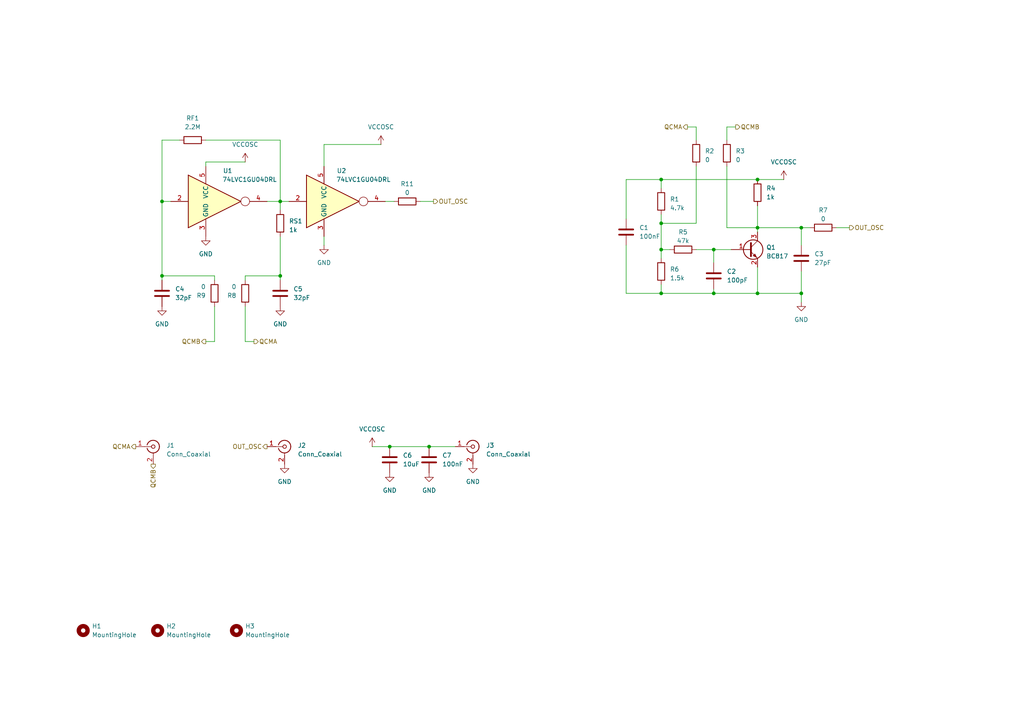
<source format=kicad_sch>
(kicad_sch
	(version 20250114)
	(generator "eeschema")
	(generator_version "9.0")
	(uuid "c40dee0f-8b5d-4609-b307-00d7cdaf86fd")
	(paper "A4")
	(lib_symbols
		(symbol "74xGxx:74LVC1GU04DRL"
			(exclude_from_sim no)
			(in_bom yes)
			(on_board yes)
			(property "Reference" "U"
				(at -5.08 10.16 0)
				(effects
					(font
						(size 1.27 1.27)
					)
				)
			)
			(property "Value" "74LVC1GU04DRL"
				(at 17.78 10.16 0)
				(effects
					(font
						(size 1.27 1.27)
					)
				)
			)
			(property "Footprint" "Package_TO_SOT_SMD:SOT-553"
				(at 0 -12.7 0)
				(effects
					(font
						(size 1.27 1.27)
					)
					(hide yes)
				)
			)
			(property "Datasheet" "http://www.ti.com/lit/ds/symlink/sn74lvc1gu04.pdf"
				(at -3.81 0 0)
				(effects
					(font
						(size 1.27 1.27)
					)
					(hide yes)
				)
			)
			(property "Description" "Single Inverter Gate, SOT-553"
				(at 0 0 0)
				(effects
					(font
						(size 1.27 1.27)
					)
					(hide yes)
				)
			)
			(property "ki_keywords" "inverter cmos"
				(at 0 0 0)
				(effects
					(font
						(size 1.27 1.27)
					)
					(hide yes)
				)
			)
			(property "ki_fp_filters" "SOT*553*"
				(at 0 0 0)
				(effects
					(font
						(size 1.27 1.27)
					)
					(hide yes)
				)
			)
			(symbol "74LVC1GU04DRL_0_1"
				(rectangle
					(start -5.08 7.62)
					(end -5.08 -7.62)
					(stroke
						(width 0.254)
						(type default)
					)
					(fill
						(type background)
					)
				)
				(polyline
					(pts
						(xy -5.08 -7.62) (xy 10.16 0) (xy -5.08 7.62)
					)
					(stroke
						(width 0.254)
						(type default)
					)
					(fill
						(type background)
					)
				)
				(circle
					(center 11.43 0)
					(radius 1.27)
					(stroke
						(width 0)
						(type default)
					)
					(fill
						(type none)
					)
				)
			)
			(symbol "74LVC1GU04DRL_1_1"
				(pin input line
					(at -10.16 0 0)
					(length 5.08)
					(name "~"
						(effects
							(font
								(size 1.27 1.27)
							)
						)
					)
					(number "2"
						(effects
							(font
								(size 1.27 1.27)
							)
						)
					)
				)
				(pin power_in line
					(at 0 10.16 270)
					(length 5.08)
					(name "VCC"
						(effects
							(font
								(size 1.27 1.27)
							)
						)
					)
					(number "5"
						(effects
							(font
								(size 1.27 1.27)
							)
						)
					)
				)
				(pin power_in line
					(at 0 -10.16 90)
					(length 5.08)
					(name "GND"
						(effects
							(font
								(size 1.27 1.27)
							)
						)
					)
					(number "3"
						(effects
							(font
								(size 1.27 1.27)
							)
						)
					)
				)
				(pin no_connect line
					(at 10.16 0 180)
					(length 5.08)
					(hide yes)
					(name "NC"
						(effects
							(font
								(size 1.27 1.27)
							)
						)
					)
					(number "1"
						(effects
							(font
								(size 1.27 1.27)
							)
						)
					)
				)
				(pin output line
					(at 17.78 0 180)
					(length 5.08)
					(name "~"
						(effects
							(font
								(size 1.27 1.27)
							)
						)
					)
					(number "4"
						(effects
							(font
								(size 1.27 1.27)
							)
						)
					)
				)
			)
			(embedded_fonts no)
		)
		(symbol "Connector:Conn_Coaxial"
			(pin_names
				(offset 1.016)
				(hide yes)
			)
			(exclude_from_sim no)
			(in_bom yes)
			(on_board yes)
			(property "Reference" "J"
				(at 0.254 3.048 0)
				(effects
					(font
						(size 1.27 1.27)
					)
				)
			)
			(property "Value" "Conn_Coaxial"
				(at 2.921 0 90)
				(effects
					(font
						(size 1.27 1.27)
					)
				)
			)
			(property "Footprint" ""
				(at 0 0 0)
				(effects
					(font
						(size 1.27 1.27)
					)
					(hide yes)
				)
			)
			(property "Datasheet" "~"
				(at 0 0 0)
				(effects
					(font
						(size 1.27 1.27)
					)
					(hide yes)
				)
			)
			(property "Description" "coaxial connector (BNC, SMA, SMB, SMC, Cinch/RCA, LEMO, ...)"
				(at 0 0 0)
				(effects
					(font
						(size 1.27 1.27)
					)
					(hide yes)
				)
			)
			(property "ki_keywords" "BNC SMA SMB SMC LEMO coaxial connector CINCH RCA"
				(at 0 0 0)
				(effects
					(font
						(size 1.27 1.27)
					)
					(hide yes)
				)
			)
			(property "ki_fp_filters" "*BNC* *SMA* *SMB* *SMC* *Cinch* *LEMO*"
				(at 0 0 0)
				(effects
					(font
						(size 1.27 1.27)
					)
					(hide yes)
				)
			)
			(symbol "Conn_Coaxial_0_1"
				(polyline
					(pts
						(xy -2.54 0) (xy -0.508 0)
					)
					(stroke
						(width 0)
						(type default)
					)
					(fill
						(type none)
					)
				)
				(arc
					(start 1.778 0)
					(mid 0.222 -1.8079)
					(end -1.778 -0.508)
					(stroke
						(width 0.254)
						(type default)
					)
					(fill
						(type none)
					)
				)
				(arc
					(start -1.778 0.508)
					(mid 0.2221 1.8084)
					(end 1.778 0)
					(stroke
						(width 0.254)
						(type default)
					)
					(fill
						(type none)
					)
				)
				(circle
					(center 0 0)
					(radius 0.508)
					(stroke
						(width 0.2032)
						(type default)
					)
					(fill
						(type none)
					)
				)
				(polyline
					(pts
						(xy 0 -2.54) (xy 0 -1.778)
					)
					(stroke
						(width 0)
						(type default)
					)
					(fill
						(type none)
					)
				)
			)
			(symbol "Conn_Coaxial_1_1"
				(pin passive line
					(at -5.08 0 0)
					(length 2.54)
					(name "In"
						(effects
							(font
								(size 1.27 1.27)
							)
						)
					)
					(number "1"
						(effects
							(font
								(size 1.27 1.27)
							)
						)
					)
				)
				(pin passive line
					(at 0 -5.08 90)
					(length 2.54)
					(name "Ext"
						(effects
							(font
								(size 1.27 1.27)
							)
						)
					)
					(number "2"
						(effects
							(font
								(size 1.27 1.27)
							)
						)
					)
				)
			)
			(embedded_fonts no)
		)
		(symbol "Device:C"
			(pin_numbers
				(hide yes)
			)
			(pin_names
				(offset 0.254)
			)
			(exclude_from_sim no)
			(in_bom yes)
			(on_board yes)
			(property "Reference" "C"
				(at 0.635 2.54 0)
				(effects
					(font
						(size 1.27 1.27)
					)
					(justify left)
				)
			)
			(property "Value" "C"
				(at 0.635 -2.54 0)
				(effects
					(font
						(size 1.27 1.27)
					)
					(justify left)
				)
			)
			(property "Footprint" ""
				(at 0.9652 -3.81 0)
				(effects
					(font
						(size 1.27 1.27)
					)
					(hide yes)
				)
			)
			(property "Datasheet" "~"
				(at 0 0 0)
				(effects
					(font
						(size 1.27 1.27)
					)
					(hide yes)
				)
			)
			(property "Description" "Unpolarized capacitor"
				(at 0 0 0)
				(effects
					(font
						(size 1.27 1.27)
					)
					(hide yes)
				)
			)
			(property "ki_keywords" "cap capacitor"
				(at 0 0 0)
				(effects
					(font
						(size 1.27 1.27)
					)
					(hide yes)
				)
			)
			(property "ki_fp_filters" "C_*"
				(at 0 0 0)
				(effects
					(font
						(size 1.27 1.27)
					)
					(hide yes)
				)
			)
			(symbol "C_0_1"
				(polyline
					(pts
						(xy -2.032 0.762) (xy 2.032 0.762)
					)
					(stroke
						(width 0.508)
						(type default)
					)
					(fill
						(type none)
					)
				)
				(polyline
					(pts
						(xy -2.032 -0.762) (xy 2.032 -0.762)
					)
					(stroke
						(width 0.508)
						(type default)
					)
					(fill
						(type none)
					)
				)
			)
			(symbol "C_1_1"
				(pin passive line
					(at 0 3.81 270)
					(length 2.794)
					(name "~"
						(effects
							(font
								(size 1.27 1.27)
							)
						)
					)
					(number "1"
						(effects
							(font
								(size 1.27 1.27)
							)
						)
					)
				)
				(pin passive line
					(at 0 -3.81 90)
					(length 2.794)
					(name "~"
						(effects
							(font
								(size 1.27 1.27)
							)
						)
					)
					(number "2"
						(effects
							(font
								(size 1.27 1.27)
							)
						)
					)
				)
			)
			(embedded_fonts no)
		)
		(symbol "Device:R"
			(pin_numbers
				(hide yes)
			)
			(pin_names
				(offset 0)
			)
			(exclude_from_sim no)
			(in_bom yes)
			(on_board yes)
			(property "Reference" "R"
				(at 2.032 0 90)
				(effects
					(font
						(size 1.27 1.27)
					)
				)
			)
			(property "Value" "R"
				(at 0 0 90)
				(effects
					(font
						(size 1.27 1.27)
					)
				)
			)
			(property "Footprint" ""
				(at -1.778 0 90)
				(effects
					(font
						(size 1.27 1.27)
					)
					(hide yes)
				)
			)
			(property "Datasheet" "~"
				(at 0 0 0)
				(effects
					(font
						(size 1.27 1.27)
					)
					(hide yes)
				)
			)
			(property "Description" "Resistor"
				(at 0 0 0)
				(effects
					(font
						(size 1.27 1.27)
					)
					(hide yes)
				)
			)
			(property "ki_keywords" "R res resistor"
				(at 0 0 0)
				(effects
					(font
						(size 1.27 1.27)
					)
					(hide yes)
				)
			)
			(property "ki_fp_filters" "R_*"
				(at 0 0 0)
				(effects
					(font
						(size 1.27 1.27)
					)
					(hide yes)
				)
			)
			(symbol "R_0_1"
				(rectangle
					(start -1.016 -2.54)
					(end 1.016 2.54)
					(stroke
						(width 0.254)
						(type default)
					)
					(fill
						(type none)
					)
				)
			)
			(symbol "R_1_1"
				(pin passive line
					(at 0 3.81 270)
					(length 1.27)
					(name "~"
						(effects
							(font
								(size 1.27 1.27)
							)
						)
					)
					(number "1"
						(effects
							(font
								(size 1.27 1.27)
							)
						)
					)
				)
				(pin passive line
					(at 0 -3.81 90)
					(length 1.27)
					(name "~"
						(effects
							(font
								(size 1.27 1.27)
							)
						)
					)
					(number "2"
						(effects
							(font
								(size 1.27 1.27)
							)
						)
					)
				)
			)
			(embedded_fonts no)
		)
		(symbol "Mechanical:MountingHole"
			(pin_names
				(offset 1.016)
			)
			(exclude_from_sim yes)
			(in_bom no)
			(on_board yes)
			(property "Reference" "H"
				(at 0 5.08 0)
				(effects
					(font
						(size 1.27 1.27)
					)
				)
			)
			(property "Value" "MountingHole"
				(at 0 3.175 0)
				(effects
					(font
						(size 1.27 1.27)
					)
				)
			)
			(property "Footprint" ""
				(at 0 0 0)
				(effects
					(font
						(size 1.27 1.27)
					)
					(hide yes)
				)
			)
			(property "Datasheet" "~"
				(at 0 0 0)
				(effects
					(font
						(size 1.27 1.27)
					)
					(hide yes)
				)
			)
			(property "Description" "Mounting Hole without connection"
				(at 0 0 0)
				(effects
					(font
						(size 1.27 1.27)
					)
					(hide yes)
				)
			)
			(property "ki_keywords" "mounting hole"
				(at 0 0 0)
				(effects
					(font
						(size 1.27 1.27)
					)
					(hide yes)
				)
			)
			(property "ki_fp_filters" "MountingHole*"
				(at 0 0 0)
				(effects
					(font
						(size 1.27 1.27)
					)
					(hide yes)
				)
			)
			(symbol "MountingHole_0_1"
				(circle
					(center 0 0)
					(radius 1.27)
					(stroke
						(width 1.27)
						(type default)
					)
					(fill
						(type none)
					)
				)
			)
			(embedded_fonts no)
		)
		(symbol "Transistor_BJT:BC817"
			(pin_names
				(offset 0)
				(hide yes)
			)
			(exclude_from_sim no)
			(in_bom yes)
			(on_board yes)
			(property "Reference" "Q"
				(at 5.08 1.905 0)
				(effects
					(font
						(size 1.27 1.27)
					)
					(justify left)
				)
			)
			(property "Value" "BC817"
				(at 5.08 0 0)
				(effects
					(font
						(size 1.27 1.27)
					)
					(justify left)
				)
			)
			(property "Footprint" "Package_TO_SOT_SMD:SOT-23"
				(at 5.08 -1.905 0)
				(effects
					(font
						(size 1.27 1.27)
						(italic yes)
					)
					(justify left)
					(hide yes)
				)
			)
			(property "Datasheet" "https://www.onsemi.com/pub/Collateral/BC818-D.pdf"
				(at 0 0 0)
				(effects
					(font
						(size 1.27 1.27)
					)
					(justify left)
					(hide yes)
				)
			)
			(property "Description" "0.8A Ic, 45V Vce, NPN Transistor, SOT-23"
				(at 0 0 0)
				(effects
					(font
						(size 1.27 1.27)
					)
					(hide yes)
				)
			)
			(property "ki_keywords" "NPN Transistor"
				(at 0 0 0)
				(effects
					(font
						(size 1.27 1.27)
					)
					(hide yes)
				)
			)
			(property "ki_fp_filters" "SOT?23*"
				(at 0 0 0)
				(effects
					(font
						(size 1.27 1.27)
					)
					(hide yes)
				)
			)
			(symbol "BC817_0_1"
				(polyline
					(pts
						(xy 0.635 1.905) (xy 0.635 -1.905) (xy 0.635 -1.905)
					)
					(stroke
						(width 0.508)
						(type default)
					)
					(fill
						(type none)
					)
				)
				(polyline
					(pts
						(xy 0.635 0.635) (xy 2.54 2.54)
					)
					(stroke
						(width 0)
						(type default)
					)
					(fill
						(type none)
					)
				)
				(polyline
					(pts
						(xy 0.635 -0.635) (xy 2.54 -2.54) (xy 2.54 -2.54)
					)
					(stroke
						(width 0)
						(type default)
					)
					(fill
						(type none)
					)
				)
				(circle
					(center 1.27 0)
					(radius 2.8194)
					(stroke
						(width 0.254)
						(type default)
					)
					(fill
						(type none)
					)
				)
				(polyline
					(pts
						(xy 1.27 -1.778) (xy 1.778 -1.27) (xy 2.286 -2.286) (xy 1.27 -1.778) (xy 1.27 -1.778)
					)
					(stroke
						(width 0)
						(type default)
					)
					(fill
						(type outline)
					)
				)
			)
			(symbol "BC817_1_1"
				(pin input line
					(at -5.08 0 0)
					(length 5.715)
					(name "B"
						(effects
							(font
								(size 1.27 1.27)
							)
						)
					)
					(number "1"
						(effects
							(font
								(size 1.27 1.27)
							)
						)
					)
				)
				(pin passive line
					(at 2.54 5.08 270)
					(length 2.54)
					(name "C"
						(effects
							(font
								(size 1.27 1.27)
							)
						)
					)
					(number "3"
						(effects
							(font
								(size 1.27 1.27)
							)
						)
					)
				)
				(pin passive line
					(at 2.54 -5.08 90)
					(length 2.54)
					(name "E"
						(effects
							(font
								(size 1.27 1.27)
							)
						)
					)
					(number "2"
						(effects
							(font
								(size 1.27 1.27)
							)
						)
					)
				)
			)
			(embedded_fonts no)
		)
		(symbol "power:GND"
			(power)
			(pin_names
				(offset 0)
			)
			(exclude_from_sim no)
			(in_bom yes)
			(on_board yes)
			(property "Reference" "#PWR"
				(at 0 -6.35 0)
				(effects
					(font
						(size 1.27 1.27)
					)
					(hide yes)
				)
			)
			(property "Value" "GND"
				(at 0 -3.81 0)
				(effects
					(font
						(size 1.27 1.27)
					)
				)
			)
			(property "Footprint" ""
				(at 0 0 0)
				(effects
					(font
						(size 1.27 1.27)
					)
					(hide yes)
				)
			)
			(property "Datasheet" ""
				(at 0 0 0)
				(effects
					(font
						(size 1.27 1.27)
					)
					(hide yes)
				)
			)
			(property "Description" "Power symbol creates a global label with name \"GND\" , ground"
				(at 0 0 0)
				(effects
					(font
						(size 1.27 1.27)
					)
					(hide yes)
				)
			)
			(property "ki_keywords" "global power"
				(at 0 0 0)
				(effects
					(font
						(size 1.27 1.27)
					)
					(hide yes)
				)
			)
			(symbol "GND_0_1"
				(polyline
					(pts
						(xy 0 0) (xy 0 -1.27) (xy 1.27 -1.27) (xy 0 -2.54) (xy -1.27 -1.27) (xy 0 -1.27)
					)
					(stroke
						(width 0)
						(type default)
					)
					(fill
						(type none)
					)
				)
			)
			(symbol "GND_1_1"
				(pin power_in line
					(at 0 0 270)
					(length 0)
					(hide yes)
					(name "GND"
						(effects
							(font
								(size 1.27 1.27)
							)
						)
					)
					(number "1"
						(effects
							(font
								(size 1.27 1.27)
							)
						)
					)
				)
			)
			(embedded_fonts no)
		)
		(symbol "power:VCC"
			(power)
			(pin_numbers
				(hide yes)
			)
			(pin_names
				(offset 0)
				(hide yes)
			)
			(exclude_from_sim no)
			(in_bom yes)
			(on_board yes)
			(property "Reference" "#PWR"
				(at 0 -3.81 0)
				(effects
					(font
						(size 1.27 1.27)
					)
					(hide yes)
				)
			)
			(property "Value" "VCC"
				(at 0 3.556 0)
				(effects
					(font
						(size 1.27 1.27)
					)
				)
			)
			(property "Footprint" ""
				(at 0 0 0)
				(effects
					(font
						(size 1.27 1.27)
					)
					(hide yes)
				)
			)
			(property "Datasheet" ""
				(at 0 0 0)
				(effects
					(font
						(size 1.27 1.27)
					)
					(hide yes)
				)
			)
			(property "Description" "Power symbol creates a global label with name \"VCC\""
				(at 0 0 0)
				(effects
					(font
						(size 1.27 1.27)
					)
					(hide yes)
				)
			)
			(property "ki_keywords" "global power"
				(at 0 0 0)
				(effects
					(font
						(size 1.27 1.27)
					)
					(hide yes)
				)
			)
			(symbol "VCC_0_1"
				(polyline
					(pts
						(xy -0.762 1.27) (xy 0 2.54)
					)
					(stroke
						(width 0)
						(type default)
					)
					(fill
						(type none)
					)
				)
				(polyline
					(pts
						(xy 0 2.54) (xy 0.762 1.27)
					)
					(stroke
						(width 0)
						(type default)
					)
					(fill
						(type none)
					)
				)
				(polyline
					(pts
						(xy 0 0) (xy 0 2.54)
					)
					(stroke
						(width 0)
						(type default)
					)
					(fill
						(type none)
					)
				)
			)
			(symbol "VCC_1_1"
				(pin power_in line
					(at 0 0 90)
					(length 0)
					(name "~"
						(effects
							(font
								(size 1.27 1.27)
							)
						)
					)
					(number "1"
						(effects
							(font
								(size 1.27 1.27)
							)
						)
					)
				)
			)
			(embedded_fonts no)
		)
	)
	(junction
		(at 124.46 129.54)
		(diameter 0)
		(color 0 0 0 0)
		(uuid "2b2d59d5-3ad6-4346-a174-40031f2e1335")
	)
	(junction
		(at 191.77 52.07)
		(diameter 0)
		(color 0 0 0 0)
		(uuid "2f34e1c4-93c0-4445-b4ad-d37649f5157e")
	)
	(junction
		(at 191.77 64.77)
		(diameter 0)
		(color 0 0 0 0)
		(uuid "32613a84-8782-407a-abe0-f82ad43d185b")
	)
	(junction
		(at 191.77 72.39)
		(diameter 0)
		(color 0 0 0 0)
		(uuid "3a64bee8-e2cf-4705-a847-d6041c6024ac")
	)
	(junction
		(at 219.71 66.04)
		(diameter 0)
		(color 0 0 0 0)
		(uuid "472d6bc0-a83b-4e54-8fa3-a573865c7498")
	)
	(junction
		(at 207.01 85.09)
		(diameter 0)
		(color 0 0 0 0)
		(uuid "508d992b-13ac-4961-818d-c77039c7d737")
	)
	(junction
		(at 219.71 52.07)
		(diameter 0)
		(color 0 0 0 0)
		(uuid "7231c4ea-3b3d-424b-acfd-f0d58e12de01")
	)
	(junction
		(at 232.41 85.09)
		(diameter 0)
		(color 0 0 0 0)
		(uuid "86530640-309d-4158-b09b-99590c5b8196")
	)
	(junction
		(at 113.03 129.54)
		(diameter 0)
		(color 0 0 0 0)
		(uuid "a4db9406-921d-4c5b-a918-04cb557920d1")
	)
	(junction
		(at 219.71 85.09)
		(diameter 0)
		(color 0 0 0 0)
		(uuid "abbd101e-8915-446b-8056-30ba239ff49a")
	)
	(junction
		(at 191.77 85.09)
		(diameter 0)
		(color 0 0 0 0)
		(uuid "b237d57c-9b42-42ee-badd-f2f85707337c")
	)
	(junction
		(at 232.41 66.04)
		(diameter 0)
		(color 0 0 0 0)
		(uuid "b3b509d8-d51c-44b4-be8c-060979fbae99")
	)
	(junction
		(at 46.99 58.42)
		(diameter 0)
		(color 0 0 0 0)
		(uuid "b67a38c4-d431-470d-afab-1e0f0a5e57c6")
	)
	(junction
		(at 81.28 58.42)
		(diameter 0)
		(color 0 0 0 0)
		(uuid "cca64469-0c8c-404f-8d67-7d459009d7ad")
	)
	(junction
		(at 207.01 72.39)
		(diameter 0)
		(color 0 0 0 0)
		(uuid "cfe3e73e-beae-4469-bab9-339b86f83f48")
	)
	(junction
		(at 81.28 80.01)
		(diameter 0)
		(color 0 0 0 0)
		(uuid "d098be5d-a177-499f-9387-7b33e1849c41")
	)
	(junction
		(at 46.99 80.01)
		(diameter 0)
		(color 0 0 0 0)
		(uuid "ff07cfce-7da4-4b1d-a1f9-91fd971d0977")
	)
	(wire
		(pts
			(xy 59.69 99.06) (xy 62.23 99.06)
		)
		(stroke
			(width 0)
			(type default)
		)
		(uuid "001274bf-4024-43ea-8be0-c785f972dd4b")
	)
	(wire
		(pts
			(xy 181.61 85.09) (xy 191.77 85.09)
		)
		(stroke
			(width 0)
			(type default)
		)
		(uuid "06009706-622c-469b-9710-45ab6021e3ef")
	)
	(wire
		(pts
			(xy 46.99 58.42) (xy 49.53 58.42)
		)
		(stroke
			(width 0)
			(type default)
		)
		(uuid "0707ab70-c297-4c61-bc5b-a474b8d53cee")
	)
	(wire
		(pts
			(xy 219.71 77.47) (xy 219.71 85.09)
		)
		(stroke
			(width 0)
			(type default)
		)
		(uuid "0bb3ec8a-f931-42ad-9aad-62129cae039c")
	)
	(wire
		(pts
			(xy 81.28 68.58) (xy 81.28 80.01)
		)
		(stroke
			(width 0)
			(type default)
		)
		(uuid "0f8393ea-1168-467b-8503-64b31983a225")
	)
	(wire
		(pts
			(xy 81.28 40.64) (xy 81.28 58.42)
		)
		(stroke
			(width 0)
			(type default)
		)
		(uuid "10d3d2d3-4589-4306-84e4-9d6bcc1d0547")
	)
	(wire
		(pts
			(xy 191.77 64.77) (xy 201.93 64.77)
		)
		(stroke
			(width 0)
			(type default)
		)
		(uuid "16ce9435-7650-414e-b2ef-ffb1df007c55")
	)
	(wire
		(pts
			(xy 59.69 46.99) (xy 71.12 46.99)
		)
		(stroke
			(width 0)
			(type default)
		)
		(uuid "1a46dd34-20ee-473a-b2e8-7d8bb0faa9d6")
	)
	(wire
		(pts
			(xy 46.99 81.28) (xy 46.99 80.01)
		)
		(stroke
			(width 0)
			(type default)
		)
		(uuid "1a5ef970-897e-4db1-8199-0e7ed4ed2e00")
	)
	(wire
		(pts
			(xy 46.99 58.42) (xy 46.99 80.01)
		)
		(stroke
			(width 0)
			(type default)
		)
		(uuid "1b0dbbdb-bc47-4204-9dcf-661b7f9a5e60")
	)
	(wire
		(pts
			(xy 207.01 85.09) (xy 219.71 85.09)
		)
		(stroke
			(width 0)
			(type default)
		)
		(uuid "1b4ae436-a92e-46b3-8ffb-2bc76357de03")
	)
	(wire
		(pts
			(xy 232.41 66.04) (xy 234.95 66.04)
		)
		(stroke
			(width 0)
			(type default)
		)
		(uuid "1bcb63b5-bf68-4b55-90c7-c7995aa2bc76")
	)
	(wire
		(pts
			(xy 227.33 52.07) (xy 219.71 52.07)
		)
		(stroke
			(width 0)
			(type default)
		)
		(uuid "20c4aa72-e44c-4052-b50a-ee4d7de45f54")
	)
	(wire
		(pts
			(xy 124.46 129.54) (xy 132.08 129.54)
		)
		(stroke
			(width 0)
			(type default)
		)
		(uuid "26e5a5cb-b835-4c1b-bf80-84e2324be7d6")
	)
	(wire
		(pts
			(xy 59.69 40.64) (xy 81.28 40.64)
		)
		(stroke
			(width 0)
			(type default)
		)
		(uuid "2b0669b9-23b0-4662-a371-a2558fd999d2")
	)
	(wire
		(pts
			(xy 191.77 64.77) (xy 191.77 72.39)
		)
		(stroke
			(width 0)
			(type default)
		)
		(uuid "2d7a28ad-722d-4f5b-9c07-827e04a8797f")
	)
	(wire
		(pts
			(xy 232.41 66.04) (xy 232.41 71.12)
		)
		(stroke
			(width 0)
			(type default)
		)
		(uuid "2f587d05-206b-4f5a-8115-109b348e3ae5")
	)
	(wire
		(pts
			(xy 77.47 58.42) (xy 81.28 58.42)
		)
		(stroke
			(width 0)
			(type default)
		)
		(uuid "302cf2e6-e6f7-4672-85f8-ab4d0ea189e9")
	)
	(wire
		(pts
			(xy 199.39 36.83) (xy 201.93 36.83)
		)
		(stroke
			(width 0)
			(type default)
		)
		(uuid "30399dd2-13b2-4450-9a29-c10a5436ec23")
	)
	(wire
		(pts
			(xy 201.93 36.83) (xy 201.93 40.64)
		)
		(stroke
			(width 0)
			(type default)
		)
		(uuid "30d1443e-1f95-40c2-a61f-9d38b53e615e")
	)
	(wire
		(pts
			(xy 81.28 81.28) (xy 81.28 80.01)
		)
		(stroke
			(width 0)
			(type default)
		)
		(uuid "3272045e-b6d2-4e9f-8b3e-dd68493db594")
	)
	(wire
		(pts
			(xy 232.41 85.09) (xy 232.41 78.74)
		)
		(stroke
			(width 0)
			(type default)
		)
		(uuid "36e23a8c-6695-4ab5-81d7-581d8915c7a9")
	)
	(wire
		(pts
			(xy 52.07 40.64) (xy 46.99 40.64)
		)
		(stroke
			(width 0)
			(type default)
		)
		(uuid "3779dc5c-eb54-4f68-9f34-cf33ff48ff1c")
	)
	(wire
		(pts
			(xy 71.12 80.01) (xy 71.12 81.28)
		)
		(stroke
			(width 0)
			(type default)
		)
		(uuid "43ce9b04-fccf-4d66-8bce-72f92efd18a8")
	)
	(wire
		(pts
			(xy 93.98 68.58) (xy 93.98 71.12)
		)
		(stroke
			(width 0)
			(type default)
		)
		(uuid "49ef2486-8451-43f9-8ce9-8a3566f7eb3c")
	)
	(wire
		(pts
			(xy 113.03 129.54) (xy 124.46 129.54)
		)
		(stroke
			(width 0)
			(type default)
		)
		(uuid "4a1fc784-6b15-4265-b5ea-56d342358999")
	)
	(wire
		(pts
			(xy 62.23 80.01) (xy 62.23 81.28)
		)
		(stroke
			(width 0)
			(type default)
		)
		(uuid "4bd7e1cc-d45d-49b3-a6e9-2a16ac608bf0")
	)
	(wire
		(pts
			(xy 107.95 129.54) (xy 113.03 129.54)
		)
		(stroke
			(width 0)
			(type default)
		)
		(uuid "545c4817-d839-4fdb-9072-4165ac4fe915")
	)
	(wire
		(pts
			(xy 121.92 58.42) (xy 125.73 58.42)
		)
		(stroke
			(width 0)
			(type default)
		)
		(uuid "58c546a2-1412-40e2-97c1-aa29168a581b")
	)
	(wire
		(pts
			(xy 219.71 66.04) (xy 210.82 66.04)
		)
		(stroke
			(width 0)
			(type default)
		)
		(uuid "68d84487-0e9f-4254-9be7-ebf8b9e2a494")
	)
	(wire
		(pts
			(xy 242.57 66.04) (xy 246.38 66.04)
		)
		(stroke
			(width 0)
			(type default)
		)
		(uuid "703a5bf3-d23b-470d-83c6-a42a4056b417")
	)
	(wire
		(pts
			(xy 201.93 48.26) (xy 201.93 64.77)
		)
		(stroke
			(width 0)
			(type default)
		)
		(uuid "70f63dc3-0baf-4001-8f73-1b36a2ab94e4")
	)
	(wire
		(pts
			(xy 181.61 71.12) (xy 181.61 85.09)
		)
		(stroke
			(width 0)
			(type default)
		)
		(uuid "710e95d3-4f81-4484-b20d-06a12de2a898")
	)
	(wire
		(pts
			(xy 219.71 85.09) (xy 232.41 85.09)
		)
		(stroke
			(width 0)
			(type default)
		)
		(uuid "737b89b1-d187-4305-8a64-8d0163099c96")
	)
	(wire
		(pts
			(xy 210.82 36.83) (xy 210.82 40.64)
		)
		(stroke
			(width 0)
			(type default)
		)
		(uuid "74517b78-7c99-45c1-831a-f3b12878e2af")
	)
	(wire
		(pts
			(xy 59.69 48.26) (xy 59.69 46.99)
		)
		(stroke
			(width 0)
			(type default)
		)
		(uuid "74994484-754a-44e3-a96d-1670fea41010")
	)
	(wire
		(pts
			(xy 71.12 88.9) (xy 71.12 99.06)
		)
		(stroke
			(width 0)
			(type default)
		)
		(uuid "7499d4d4-3068-470f-bd3e-c68c804d3e61")
	)
	(wire
		(pts
			(xy 181.61 52.07) (xy 191.77 52.07)
		)
		(stroke
			(width 0)
			(type default)
		)
		(uuid "74e76e2c-f888-4502-be2e-dd5ccbc18ca7")
	)
	(wire
		(pts
			(xy 81.28 58.42) (xy 81.28 60.96)
		)
		(stroke
			(width 0)
			(type default)
		)
		(uuid "7ab3d90f-2808-4cde-aa43-7056baefbc95")
	)
	(wire
		(pts
			(xy 213.36 36.83) (xy 210.82 36.83)
		)
		(stroke
			(width 0)
			(type default)
		)
		(uuid "7ecb8842-6754-4848-86b0-72fa94f2acda")
	)
	(wire
		(pts
			(xy 191.77 52.07) (xy 219.71 52.07)
		)
		(stroke
			(width 0)
			(type default)
		)
		(uuid "7f05c8f1-dda2-41d9-b81d-0f45f2fbdb1c")
	)
	(wire
		(pts
			(xy 81.28 58.42) (xy 83.82 58.42)
		)
		(stroke
			(width 0)
			(type default)
		)
		(uuid "7fbb7427-4b3e-402f-8aeb-d8870d0eb8e1")
	)
	(wire
		(pts
			(xy 219.71 66.04) (xy 219.71 67.31)
		)
		(stroke
			(width 0)
			(type default)
		)
		(uuid "803bc28f-9c35-47de-8e49-b370c7874ccf")
	)
	(wire
		(pts
			(xy 181.61 52.07) (xy 181.61 63.5)
		)
		(stroke
			(width 0)
			(type default)
		)
		(uuid "849f3276-59db-4631-a0f0-c161502d43c8")
	)
	(wire
		(pts
			(xy 219.71 59.69) (xy 219.71 66.04)
		)
		(stroke
			(width 0)
			(type default)
		)
		(uuid "84b03d1a-34a1-4126-90f1-f9b9ebcde631")
	)
	(wire
		(pts
			(xy 191.77 52.07) (xy 191.77 54.61)
		)
		(stroke
			(width 0)
			(type default)
		)
		(uuid "8b25bf2a-e52c-4fd2-a37f-32fdb00c75c8")
	)
	(wire
		(pts
			(xy 207.01 72.39) (xy 207.01 76.2)
		)
		(stroke
			(width 0)
			(type default)
		)
		(uuid "8f38c6d9-87c2-4aea-9df4-59e6dfa37d29")
	)
	(wire
		(pts
			(xy 71.12 80.01) (xy 81.28 80.01)
		)
		(stroke
			(width 0)
			(type default)
		)
		(uuid "932b202b-4a07-4587-a67b-5f5abb025cad")
	)
	(wire
		(pts
			(xy 46.99 80.01) (xy 62.23 80.01)
		)
		(stroke
			(width 0)
			(type default)
		)
		(uuid "9579e55e-9e9f-4b4f-99fd-aa6b114ad18b")
	)
	(wire
		(pts
			(xy 201.93 72.39) (xy 207.01 72.39)
		)
		(stroke
			(width 0)
			(type default)
		)
		(uuid "970e49c6-efc0-40c1-98d9-613ff415dce5")
	)
	(wire
		(pts
			(xy 191.77 85.09) (xy 207.01 85.09)
		)
		(stroke
			(width 0)
			(type default)
		)
		(uuid "9df2ebc8-605c-4423-ac4f-886b5bb5cffc")
	)
	(wire
		(pts
			(xy 232.41 87.63) (xy 232.41 85.09)
		)
		(stroke
			(width 0)
			(type default)
		)
		(uuid "a3bfa52c-2d85-4503-8487-7697b330dece")
	)
	(wire
		(pts
			(xy 191.77 72.39) (xy 191.77 74.93)
		)
		(stroke
			(width 0)
			(type default)
		)
		(uuid "a7d449ff-0fc7-4efd-b66d-f90a3874b20f")
	)
	(wire
		(pts
			(xy 219.71 66.04) (xy 232.41 66.04)
		)
		(stroke
			(width 0)
			(type default)
		)
		(uuid "bec35905-2fdb-457f-b0ec-7a4ac95ac622")
	)
	(wire
		(pts
			(xy 191.77 85.09) (xy 191.77 82.55)
		)
		(stroke
			(width 0)
			(type default)
		)
		(uuid "c4fe19e3-049b-4db1-8348-8c11eb05442a")
	)
	(wire
		(pts
			(xy 62.23 88.9) (xy 62.23 99.06)
		)
		(stroke
			(width 0)
			(type default)
		)
		(uuid "d0a50a85-19f0-4fc0-a0c1-8845047fd418")
	)
	(wire
		(pts
			(xy 207.01 85.09) (xy 207.01 83.82)
		)
		(stroke
			(width 0)
			(type default)
		)
		(uuid "d1a55aee-3b93-4c04-8b2f-11d0ab25794d")
	)
	(wire
		(pts
			(xy 110.49 41.91) (xy 93.98 41.91)
		)
		(stroke
			(width 0)
			(type default)
		)
		(uuid "d4aff5b1-3c58-4625-8ca6-3be043582c63")
	)
	(wire
		(pts
			(xy 46.99 40.64) (xy 46.99 58.42)
		)
		(stroke
			(width 0)
			(type default)
		)
		(uuid "d8073f3a-26ee-4184-96a5-306547aa8b52")
	)
	(wire
		(pts
			(xy 71.12 99.06) (xy 73.66 99.06)
		)
		(stroke
			(width 0)
			(type default)
		)
		(uuid "dac438b0-b7eb-4eb0-93a7-cf529e54c34e")
	)
	(wire
		(pts
			(xy 207.01 72.39) (xy 212.09 72.39)
		)
		(stroke
			(width 0)
			(type default)
		)
		(uuid "e54a48be-e10f-4c1d-bf8f-23a48b3ddfde")
	)
	(wire
		(pts
			(xy 191.77 62.23) (xy 191.77 64.77)
		)
		(stroke
			(width 0)
			(type default)
		)
		(uuid "e5620bea-360b-49ce-aa27-0003f5463a8d")
	)
	(wire
		(pts
			(xy 210.82 66.04) (xy 210.82 48.26)
		)
		(stroke
			(width 0)
			(type default)
		)
		(uuid "ec1e66e5-6ecd-41ec-bf12-e241de1aeccc")
	)
	(wire
		(pts
			(xy 111.76 58.42) (xy 114.3 58.42)
		)
		(stroke
			(width 0)
			(type default)
		)
		(uuid "efe544a7-49bc-455d-9cc8-7bb5b3018f78")
	)
	(wire
		(pts
			(xy 93.98 41.91) (xy 93.98 48.26)
		)
		(stroke
			(width 0)
			(type default)
		)
		(uuid "f567fb07-f2b3-48cb-b0f3-4659863545d1")
	)
	(wire
		(pts
			(xy 191.77 72.39) (xy 194.31 72.39)
		)
		(stroke
			(width 0)
			(type default)
		)
		(uuid "ff06f4d1-1226-4277-9dfc-ebb12689be06")
	)
	(hierarchical_label "QCMB"
		(shape output)
		(at 44.45 134.62 270)
		(effects
			(font
				(size 1.27 1.27)
			)
			(justify right)
		)
		(uuid "14931647-8724-4fe0-943a-85988d1e529b")
	)
	(hierarchical_label "OUT_OSC"
		(shape output)
		(at 77.47 129.54 180)
		(effects
			(font
				(size 1.27 1.27)
			)
			(justify right)
		)
		(uuid "22951451-5291-4300-af28-3e0a35217863")
	)
	(hierarchical_label "QCMA"
		(shape output)
		(at 39.37 129.54 180)
		(effects
			(font
				(size 1.27 1.27)
			)
			(justify right)
		)
		(uuid "29ccbe3c-03b7-4c6e-968d-87ad0a4d3167")
	)
	(hierarchical_label "QCMA"
		(shape output)
		(at 199.39 36.83 180)
		(effects
			(font
				(size 1.27 1.27)
			)
			(justify right)
		)
		(uuid "7859ba18-945a-4af7-a027-2e45aadd6ff4")
	)
	(hierarchical_label "QCMB"
		(shape output)
		(at 213.36 36.83 0)
		(effects
			(font
				(size 1.27 1.27)
			)
			(justify left)
		)
		(uuid "954a5f65-d111-4f74-874f-e75afda12805")
	)
	(hierarchical_label "QCMB"
		(shape output)
		(at 59.69 99.06 180)
		(effects
			(font
				(size 1.27 1.27)
			)
			(justify right)
		)
		(uuid "9c82f70a-056d-4e85-a0b2-bbb999a90729")
	)
	(hierarchical_label "QCMA"
		(shape output)
		(at 73.66 99.06 0)
		(effects
			(font
				(size 1.27 1.27)
			)
			(justify left)
		)
		(uuid "aa0e1043-2dd6-4ddf-8407-ae64b45827e6")
	)
	(hierarchical_label "OUT_OSC"
		(shape output)
		(at 125.73 58.42 0)
		(effects
			(font
				(size 1.27 1.27)
			)
			(justify left)
		)
		(uuid "e5377fd4-fc01-424d-a213-d1bf42d872db")
	)
	(hierarchical_label "OUT_OSC"
		(shape output)
		(at 246.38 66.04 0)
		(effects
			(font
				(size 1.27 1.27)
			)
			(justify left)
		)
		(uuid "fa7d315b-a438-47c7-b82e-5c23dfbeb245")
	)
	(symbol
		(lib_id "Device:R")
		(at 71.12 85.09 180)
		(unit 1)
		(exclude_from_sim no)
		(in_bom yes)
		(on_board yes)
		(dnp no)
		(fields_autoplaced yes)
		(uuid "01ffd81e-cd64-40d2-b3da-fe849642a547")
		(property "Reference" "R8"
			(at 68.58 85.725 0)
			(effects
				(font
					(size 1.27 1.27)
				)
				(justify left)
			)
		)
		(property "Value" "0"
			(at 68.58 83.185 0)
			(effects
				(font
					(size 1.27 1.27)
				)
				(justify left)
			)
		)
		(property "Footprint" "Resistor_SMD:R_0603_1608Metric"
			(at 72.898 85.09 90)
			(effects
				(font
					(size 1.27 1.27)
				)
				(hide yes)
			)
		)
		(property "Datasheet" "~"
			(at 71.12 85.09 0)
			(effects
				(font
					(size 1.27 1.27)
				)
				(hide yes)
			)
		)
		(property "Description" ""
			(at 71.12 85.09 0)
			(effects
				(font
					(size 1.27 1.27)
				)
				(hide yes)
			)
		)
		(pin "1"
			(uuid "808e4742-0d01-4839-8dd8-0662c99f4506")
		)
		(pin "2"
			(uuid "bc549192-151f-480e-a1d6-4b1d112022bd")
		)
		(instances
			(project "QCMDriver"
				(path "/c40dee0f-8b5d-4609-b307-00d7cdaf86fd"
					(reference "R8")
					(unit 1)
				)
			)
		)
	)
	(symbol
		(lib_id "power:GND")
		(at 124.46 137.16 0)
		(unit 1)
		(exclude_from_sim no)
		(in_bom yes)
		(on_board yes)
		(dnp no)
		(fields_autoplaced yes)
		(uuid "054594cb-a6c9-4745-a371-babe82df067e")
		(property "Reference" "#PWR012"
			(at 124.46 143.51 0)
			(effects
				(font
					(size 1.27 1.27)
				)
				(hide yes)
			)
		)
		(property "Value" "GND"
			(at 124.46 142.24 0)
			(effects
				(font
					(size 1.27 1.27)
				)
			)
		)
		(property "Footprint" ""
			(at 124.46 137.16 0)
			(effects
				(font
					(size 1.27 1.27)
				)
				(hide yes)
			)
		)
		(property "Datasheet" ""
			(at 124.46 137.16 0)
			(effects
				(font
					(size 1.27 1.27)
				)
				(hide yes)
			)
		)
		(property "Description" ""
			(at 124.46 137.16 0)
			(effects
				(font
					(size 1.27 1.27)
				)
				(hide yes)
			)
		)
		(pin "1"
			(uuid "e5d66a84-3e2e-4095-b0c1-45fc4a4a90d5")
		)
		(instances
			(project "QCMDriver"
				(path "/c40dee0f-8b5d-4609-b307-00d7cdaf86fd"
					(reference "#PWR012")
					(unit 1)
				)
			)
		)
	)
	(symbol
		(lib_id "power:GND")
		(at 59.69 68.58 0)
		(unit 1)
		(exclude_from_sim no)
		(in_bom yes)
		(on_board yes)
		(dnp no)
		(fields_autoplaced yes)
		(uuid "05edc4dc-2f6f-4cb2-b238-8c75a4eab69f")
		(property "Reference" "#PWR02"
			(at 59.69 74.93 0)
			(effects
				(font
					(size 1.27 1.27)
				)
				(hide yes)
			)
		)
		(property "Value" "GND"
			(at 59.69 73.66 0)
			(effects
				(font
					(size 1.27 1.27)
				)
			)
		)
		(property "Footprint" ""
			(at 59.69 68.58 0)
			(effects
				(font
					(size 1.27 1.27)
				)
				(hide yes)
			)
		)
		(property "Datasheet" ""
			(at 59.69 68.58 0)
			(effects
				(font
					(size 1.27 1.27)
				)
				(hide yes)
			)
		)
		(property "Description" ""
			(at 59.69 68.58 0)
			(effects
				(font
					(size 1.27 1.27)
				)
				(hide yes)
			)
		)
		(pin "1"
			(uuid "74898293-8713-44bd-9695-5b9635862202")
		)
		(instances
			(project "QCMDriver"
				(path "/c40dee0f-8b5d-4609-b307-00d7cdaf86fd"
					(reference "#PWR02")
					(unit 1)
				)
			)
		)
	)
	(symbol
		(lib_id "Device:C")
		(at 124.46 133.35 0)
		(unit 1)
		(exclude_from_sim no)
		(in_bom yes)
		(on_board yes)
		(dnp no)
		(fields_autoplaced yes)
		(uuid "0c313dd6-ecaa-4295-8ec7-f83fcb5d5e2c")
		(property "Reference" "C7"
			(at 128.27 132.0799 0)
			(effects
				(font
					(size 1.27 1.27)
				)
				(justify left)
			)
		)
		(property "Value" "100nF"
			(at 128.27 134.6199 0)
			(effects
				(font
					(size 1.27 1.27)
				)
				(justify left)
			)
		)
		(property "Footprint" "Capacitor_SMD:C_0603_1608Metric"
			(at 125.4252 137.16 0)
			(effects
				(font
					(size 1.27 1.27)
				)
				(hide yes)
			)
		)
		(property "Datasheet" "~"
			(at 124.46 133.35 0)
			(effects
				(font
					(size 1.27 1.27)
				)
				(hide yes)
			)
		)
		(property "Description" ""
			(at 124.46 133.35 0)
			(effects
				(font
					(size 1.27 1.27)
				)
				(hide yes)
			)
		)
		(pin "1"
			(uuid "bd6fb1ac-5b22-46fc-81b6-68c6304325c4")
		)
		(pin "2"
			(uuid "43911b06-daa5-4687-b84d-9b6f80ea14cc")
		)
		(instances
			(project "QCMDriver"
				(path "/c40dee0f-8b5d-4609-b307-00d7cdaf86fd"
					(reference "C7")
					(unit 1)
				)
			)
		)
	)
	(symbol
		(lib_id "Device:C")
		(at 46.99 85.09 0)
		(unit 1)
		(exclude_from_sim no)
		(in_bom yes)
		(on_board yes)
		(dnp no)
		(fields_autoplaced yes)
		(uuid "0cdff65a-23fc-4ba1-bf79-3184e192cbd9")
		(property "Reference" "C4"
			(at 50.8 83.8199 0)
			(effects
				(font
					(size 1.27 1.27)
				)
				(justify left)
			)
		)
		(property "Value" "32pF"
			(at 50.8 86.3599 0)
			(effects
				(font
					(size 1.27 1.27)
				)
				(justify left)
			)
		)
		(property "Footprint" "Capacitor_SMD:C_0603_1608Metric"
			(at 47.9552 88.9 0)
			(effects
				(font
					(size 1.27 1.27)
				)
				(hide yes)
			)
		)
		(property "Datasheet" "~"
			(at 46.99 85.09 0)
			(effects
				(font
					(size 1.27 1.27)
				)
				(hide yes)
			)
		)
		(property "Description" ""
			(at 46.99 85.09 0)
			(effects
				(font
					(size 1.27 1.27)
				)
				(hide yes)
			)
		)
		(pin "1"
			(uuid "a4a7c664-e9bd-4f1b-83a4-cbc468e05674")
		)
		(pin "2"
			(uuid "9c61f57e-b8e4-47ec-b22a-b848f5fb7c8f")
		)
		(instances
			(project "QCMDriver"
				(path "/c40dee0f-8b5d-4609-b307-00d7cdaf86fd"
					(reference "C4")
					(unit 1)
				)
			)
		)
	)
	(symbol
		(lib_id "power:GND")
		(at 46.99 88.9 0)
		(unit 1)
		(exclude_from_sim no)
		(in_bom yes)
		(on_board yes)
		(dnp no)
		(fields_autoplaced yes)
		(uuid "10d87631-bd85-4612-84c5-f07c414a8b93")
		(property "Reference" "#PWR04"
			(at 46.99 95.25 0)
			(effects
				(font
					(size 1.27 1.27)
				)
				(hide yes)
			)
		)
		(property "Value" "GND"
			(at 46.99 93.98 0)
			(effects
				(font
					(size 1.27 1.27)
				)
			)
		)
		(property "Footprint" ""
			(at 46.99 88.9 0)
			(effects
				(font
					(size 1.27 1.27)
				)
				(hide yes)
			)
		)
		(property "Datasheet" ""
			(at 46.99 88.9 0)
			(effects
				(font
					(size 1.27 1.27)
				)
				(hide yes)
			)
		)
		(property "Description" ""
			(at 46.99 88.9 0)
			(effects
				(font
					(size 1.27 1.27)
				)
				(hide yes)
			)
		)
		(pin "1"
			(uuid "e28b8297-1490-4e58-acf3-f33d5d4f3586")
		)
		(instances
			(project "QCMDriver"
				(path "/c40dee0f-8b5d-4609-b307-00d7cdaf86fd"
					(reference "#PWR04")
					(unit 1)
				)
			)
		)
	)
	(symbol
		(lib_id "power:GND")
		(at 232.41 87.63 0)
		(unit 1)
		(exclude_from_sim no)
		(in_bom yes)
		(on_board yes)
		(dnp no)
		(fields_autoplaced yes)
		(uuid "22aed857-83d1-4e51-b6cc-46bbbb327560")
		(property "Reference" "#PWR01"
			(at 232.41 93.98 0)
			(effects
				(font
					(size 1.27 1.27)
				)
				(hide yes)
			)
		)
		(property "Value" "GND"
			(at 232.41 92.71 0)
			(effects
				(font
					(size 1.27 1.27)
				)
			)
		)
		(property "Footprint" ""
			(at 232.41 87.63 0)
			(effects
				(font
					(size 1.27 1.27)
				)
				(hide yes)
			)
		)
		(property "Datasheet" ""
			(at 232.41 87.63 0)
			(effects
				(font
					(size 1.27 1.27)
				)
				(hide yes)
			)
		)
		(property "Description" ""
			(at 232.41 87.63 0)
			(effects
				(font
					(size 1.27 1.27)
				)
				(hide yes)
			)
		)
		(pin "1"
			(uuid "75b784af-5741-412d-97c9-93eb702dd858")
		)
		(instances
			(project "QCMDriver"
				(path "/c40dee0f-8b5d-4609-b307-00d7cdaf86fd"
					(reference "#PWR01")
					(unit 1)
				)
			)
		)
	)
	(symbol
		(lib_id "Connector:Conn_Coaxial")
		(at 137.16 129.54 0)
		(unit 1)
		(exclude_from_sim no)
		(in_bom yes)
		(on_board yes)
		(dnp no)
		(fields_autoplaced yes)
		(uuid "24b95ba9-dd54-4b4d-81e3-2baa52054c02")
		(property "Reference" "J3"
			(at 140.97 129.1982 0)
			(effects
				(font
					(size 1.27 1.27)
				)
				(justify left)
			)
		)
		(property "Value" "Conn_Coaxial"
			(at 140.97 131.7382 0)
			(effects
				(font
					(size 1.27 1.27)
				)
				(justify left)
			)
		)
		(property "Footprint" "Connector_Coaxial:SMA_Amphenol_132289_EdgeMount"
			(at 137.16 129.54 0)
			(effects
				(font
					(size 1.27 1.27)
				)
				(hide yes)
			)
		)
		(property "Datasheet" " ~"
			(at 137.16 129.54 0)
			(effects
				(font
					(size 1.27 1.27)
				)
				(hide yes)
			)
		)
		(property "Description" ""
			(at 137.16 129.54 0)
			(effects
				(font
					(size 1.27 1.27)
				)
				(hide yes)
			)
		)
		(pin "1"
			(uuid "19c57757-8a5a-4e6c-92c3-4d03e8bf1446")
		)
		(pin "2"
			(uuid "3a2c5568-e118-4434-b708-b451130e4309")
		)
		(instances
			(project "QCMDriver"
				(path "/c40dee0f-8b5d-4609-b307-00d7cdaf86fd"
					(reference "J3")
					(unit 1)
				)
			)
		)
	)
	(symbol
		(lib_id "Device:R")
		(at 62.23 85.09 180)
		(unit 1)
		(exclude_from_sim no)
		(in_bom yes)
		(on_board yes)
		(dnp no)
		(fields_autoplaced yes)
		(uuid "258a18ff-28a9-475e-9f1f-dafb4e293691")
		(property "Reference" "R9"
			(at 59.69 85.725 0)
			(effects
				(font
					(size 1.27 1.27)
				)
				(justify left)
			)
		)
		(property "Value" "0"
			(at 59.69 83.185 0)
			(effects
				(font
					(size 1.27 1.27)
				)
				(justify left)
			)
		)
		(property "Footprint" "Resistor_SMD:R_0603_1608Metric"
			(at 64.008 85.09 90)
			(effects
				(font
					(size 1.27 1.27)
				)
				(hide yes)
			)
		)
		(property "Datasheet" "~"
			(at 62.23 85.09 0)
			(effects
				(font
					(size 1.27 1.27)
				)
				(hide yes)
			)
		)
		(property "Description" ""
			(at 62.23 85.09 0)
			(effects
				(font
					(size 1.27 1.27)
				)
				(hide yes)
			)
		)
		(pin "1"
			(uuid "81851db1-81db-46e4-ba9f-6da74112d0c5")
		)
		(pin "2"
			(uuid "43570411-0f8a-47a8-9ac4-2be1da2a358d")
		)
		(instances
			(project "QCMDriver"
				(path "/c40dee0f-8b5d-4609-b307-00d7cdaf86fd"
					(reference "R9")
					(unit 1)
				)
			)
		)
	)
	(symbol
		(lib_id "power:GND")
		(at 81.28 88.9 0)
		(unit 1)
		(exclude_from_sim no)
		(in_bom yes)
		(on_board yes)
		(dnp no)
		(fields_autoplaced yes)
		(uuid "28d6dc7c-43d2-465c-ad97-6c0b32a5d117")
		(property "Reference" "#PWR05"
			(at 81.28 95.25 0)
			(effects
				(font
					(size 1.27 1.27)
				)
				(hide yes)
			)
		)
		(property "Value" "GND"
			(at 81.28 93.98 0)
			(effects
				(font
					(size 1.27 1.27)
				)
			)
		)
		(property "Footprint" ""
			(at 81.28 88.9 0)
			(effects
				(font
					(size 1.27 1.27)
				)
				(hide yes)
			)
		)
		(property "Datasheet" ""
			(at 81.28 88.9 0)
			(effects
				(font
					(size 1.27 1.27)
				)
				(hide yes)
			)
		)
		(property "Description" ""
			(at 81.28 88.9 0)
			(effects
				(font
					(size 1.27 1.27)
				)
				(hide yes)
			)
		)
		(pin "1"
			(uuid "380c6dee-6765-458a-8e82-94d54a795c59")
		)
		(instances
			(project "QCMDriver"
				(path "/c40dee0f-8b5d-4609-b307-00d7cdaf86fd"
					(reference "#PWR05")
					(unit 1)
				)
			)
		)
	)
	(symbol
		(lib_id "power:GND")
		(at 93.98 71.12 0)
		(unit 1)
		(exclude_from_sim no)
		(in_bom yes)
		(on_board yes)
		(dnp no)
		(fields_autoplaced yes)
		(uuid "29106bc1-1a05-46b9-baf9-9df19ad62dad")
		(property "Reference" "#PWR03"
			(at 93.98 77.47 0)
			(effects
				(font
					(size 1.27 1.27)
				)
				(hide yes)
			)
		)
		(property "Value" "GND"
			(at 93.98 76.2 0)
			(effects
				(font
					(size 1.27 1.27)
				)
			)
		)
		(property "Footprint" ""
			(at 93.98 71.12 0)
			(effects
				(font
					(size 1.27 1.27)
				)
				(hide yes)
			)
		)
		(property "Datasheet" ""
			(at 93.98 71.12 0)
			(effects
				(font
					(size 1.27 1.27)
				)
				(hide yes)
			)
		)
		(property "Description" ""
			(at 93.98 71.12 0)
			(effects
				(font
					(size 1.27 1.27)
				)
				(hide yes)
			)
		)
		(pin "1"
			(uuid "d1c2676b-42ed-4cfa-a17e-6b1ca3fe45db")
		)
		(instances
			(project "QCMDriver"
				(path "/c40dee0f-8b5d-4609-b307-00d7cdaf86fd"
					(reference "#PWR03")
					(unit 1)
				)
			)
		)
	)
	(symbol
		(lib_id "power:VCC")
		(at 110.49 41.91 0)
		(unit 1)
		(exclude_from_sim no)
		(in_bom yes)
		(on_board yes)
		(dnp no)
		(fields_autoplaced yes)
		(uuid "3c94aed4-9a8e-4b40-99d7-b3f9499fea5d")
		(property "Reference" "#PWR09"
			(at 110.49 45.72 0)
			(effects
				(font
					(size 1.27 1.27)
				)
				(hide yes)
			)
		)
		(property "Value" "VCCOSC"
			(at 110.49 36.83 0)
			(effects
				(font
					(size 1.27 1.27)
				)
			)
		)
		(property "Footprint" ""
			(at 110.49 41.91 0)
			(effects
				(font
					(size 1.27 1.27)
				)
				(hide yes)
			)
		)
		(property "Datasheet" ""
			(at 110.49 41.91 0)
			(effects
				(font
					(size 1.27 1.27)
				)
				(hide yes)
			)
		)
		(property "Description" "Power symbol creates a global label with name \"VCC\""
			(at 110.49 41.91 0)
			(effects
				(font
					(size 1.27 1.27)
				)
				(hide yes)
			)
		)
		(pin "1"
			(uuid "55471bfb-807d-4491-864d-b3c19ae2e31e")
		)
		(instances
			(project "QCMDriver"
				(path "/c40dee0f-8b5d-4609-b307-00d7cdaf86fd"
					(reference "#PWR09")
					(unit 1)
				)
			)
		)
	)
	(symbol
		(lib_id "Mechanical:MountingHole")
		(at 45.72 182.88 0)
		(unit 1)
		(exclude_from_sim yes)
		(in_bom no)
		(on_board yes)
		(dnp no)
		(fields_autoplaced yes)
		(uuid "3d47a92c-0089-4b25-b548-8b11c23fda7b")
		(property "Reference" "H2"
			(at 48.26 181.6099 0)
			(effects
				(font
					(size 1.27 1.27)
				)
				(justify left)
			)
		)
		(property "Value" "MountingHole"
			(at 48.26 184.1499 0)
			(effects
				(font
					(size 1.27 1.27)
				)
				(justify left)
			)
		)
		(property "Footprint" "MountingHole:MountingHole_3.2mm_M3"
			(at 45.72 182.88 0)
			(effects
				(font
					(size 1.27 1.27)
				)
				(hide yes)
			)
		)
		(property "Datasheet" "~"
			(at 45.72 182.88 0)
			(effects
				(font
					(size 1.27 1.27)
				)
				(hide yes)
			)
		)
		(property "Description" "Mounting Hole without connection"
			(at 45.72 182.88 0)
			(effects
				(font
					(size 1.27 1.27)
				)
				(hide yes)
			)
		)
		(instances
			(project "QCMDriver"
				(path "/c40dee0f-8b5d-4609-b307-00d7cdaf86fd"
					(reference "H2")
					(unit 1)
				)
			)
		)
	)
	(symbol
		(lib_id "Device:R")
		(at 191.77 78.74 0)
		(unit 1)
		(exclude_from_sim no)
		(in_bom yes)
		(on_board yes)
		(dnp no)
		(fields_autoplaced yes)
		(uuid "442ed509-e217-427b-8ffd-b905d396d97e")
		(property "Reference" "R6"
			(at 194.31 78.105 0)
			(effects
				(font
					(size 1.27 1.27)
				)
				(justify left)
			)
		)
		(property "Value" "1.5k"
			(at 194.31 80.645 0)
			(effects
				(font
					(size 1.27 1.27)
				)
				(justify left)
			)
		)
		(property "Footprint" "Resistor_SMD:R_0603_1608Metric"
			(at 189.992 78.74 90)
			(effects
				(font
					(size 1.27 1.27)
				)
				(hide yes)
			)
		)
		(property "Datasheet" "~"
			(at 191.77 78.74 0)
			(effects
				(font
					(size 1.27 1.27)
				)
				(hide yes)
			)
		)
		(property "Description" ""
			(at 191.77 78.74 0)
			(effects
				(font
					(size 1.27 1.27)
				)
				(hide yes)
			)
		)
		(pin "1"
			(uuid "d7e952c8-5b50-4c7d-8868-f54ea365eed6")
		)
		(pin "2"
			(uuid "90a56d7e-c7bd-453d-aa7f-4b54a372de30")
		)
		(instances
			(project "QCMDriver"
				(path "/c40dee0f-8b5d-4609-b307-00d7cdaf86fd"
					(reference "R6")
					(unit 1)
				)
			)
		)
	)
	(symbol
		(lib_id "Mechanical:MountingHole")
		(at 24.13 182.88 0)
		(unit 1)
		(exclude_from_sim yes)
		(in_bom no)
		(on_board yes)
		(dnp no)
		(fields_autoplaced yes)
		(uuid "4fdcf8fd-f5d3-4fc0-8c40-e3ca2a3be4b1")
		(property "Reference" "H1"
			(at 26.67 181.6099 0)
			(effects
				(font
					(size 1.27 1.27)
				)
				(justify left)
			)
		)
		(property "Value" "MountingHole"
			(at 26.67 184.1499 0)
			(effects
				(font
					(size 1.27 1.27)
				)
				(justify left)
			)
		)
		(property "Footprint" "MountingHole:MountingHole_3.2mm_M3"
			(at 24.13 182.88 0)
			(effects
				(font
					(size 1.27 1.27)
				)
				(hide yes)
			)
		)
		(property "Datasheet" "~"
			(at 24.13 182.88 0)
			(effects
				(font
					(size 1.27 1.27)
				)
				(hide yes)
			)
		)
		(property "Description" "Mounting Hole without connection"
			(at 24.13 182.88 0)
			(effects
				(font
					(size 1.27 1.27)
				)
				(hide yes)
			)
		)
		(instances
			(project ""
				(path "/c40dee0f-8b5d-4609-b307-00d7cdaf86fd"
					(reference "H1")
					(unit 1)
				)
			)
		)
	)
	(symbol
		(lib_id "power:GND")
		(at 113.03 137.16 0)
		(unit 1)
		(exclude_from_sim no)
		(in_bom yes)
		(on_board yes)
		(dnp no)
		(fields_autoplaced yes)
		(uuid "52be251f-7929-4a56-a2ff-74729e9c3ae3")
		(property "Reference" "#PWR013"
			(at 113.03 143.51 0)
			(effects
				(font
					(size 1.27 1.27)
				)
				(hide yes)
			)
		)
		(property "Value" "GND"
			(at 113.03 142.24 0)
			(effects
				(font
					(size 1.27 1.27)
				)
			)
		)
		(property "Footprint" ""
			(at 113.03 137.16 0)
			(effects
				(font
					(size 1.27 1.27)
				)
				(hide yes)
			)
		)
		(property "Datasheet" ""
			(at 113.03 137.16 0)
			(effects
				(font
					(size 1.27 1.27)
				)
				(hide yes)
			)
		)
		(property "Description" ""
			(at 113.03 137.16 0)
			(effects
				(font
					(size 1.27 1.27)
				)
				(hide yes)
			)
		)
		(pin "1"
			(uuid "fb19d87f-d479-45f5-b9d8-de888b955103")
		)
		(instances
			(project "QCMDriver"
				(path "/c40dee0f-8b5d-4609-b307-00d7cdaf86fd"
					(reference "#PWR013")
					(unit 1)
				)
			)
		)
	)
	(symbol
		(lib_id "Device:R")
		(at 210.82 44.45 0)
		(unit 1)
		(exclude_from_sim no)
		(in_bom yes)
		(on_board yes)
		(dnp no)
		(fields_autoplaced yes)
		(uuid "55e5c83f-5bee-4abb-9f3e-454cf67ce63f")
		(property "Reference" "R3"
			(at 213.36 43.815 0)
			(effects
				(font
					(size 1.27 1.27)
				)
				(justify left)
			)
		)
		(property "Value" "0"
			(at 213.36 46.355 0)
			(effects
				(font
					(size 1.27 1.27)
				)
				(justify left)
			)
		)
		(property "Footprint" "Resistor_SMD:R_0603_1608Metric"
			(at 209.042 44.45 90)
			(effects
				(font
					(size 1.27 1.27)
				)
				(hide yes)
			)
		)
		(property "Datasheet" "~"
			(at 210.82 44.45 0)
			(effects
				(font
					(size 1.27 1.27)
				)
				(hide yes)
			)
		)
		(property "Description" ""
			(at 210.82 44.45 0)
			(effects
				(font
					(size 1.27 1.27)
				)
				(hide yes)
			)
		)
		(pin "1"
			(uuid "e5599714-accb-4fc3-816b-b02681f67490")
		)
		(pin "2"
			(uuid "93f19a4a-bb5f-4d33-a2c6-0eef627bff30")
		)
		(instances
			(project "QCMDriver"
				(path "/c40dee0f-8b5d-4609-b307-00d7cdaf86fd"
					(reference "R3")
					(unit 1)
				)
			)
		)
	)
	(symbol
		(lib_id "Device:C")
		(at 81.28 85.09 0)
		(unit 1)
		(exclude_from_sim no)
		(in_bom yes)
		(on_board yes)
		(dnp no)
		(fields_autoplaced yes)
		(uuid "5d215d7b-439f-4cfa-b505-53b62f6154dd")
		(property "Reference" "C5"
			(at 85.09 83.8199 0)
			(effects
				(font
					(size 1.27 1.27)
				)
				(justify left)
			)
		)
		(property "Value" "32pF"
			(at 85.09 86.3599 0)
			(effects
				(font
					(size 1.27 1.27)
				)
				(justify left)
			)
		)
		(property "Footprint" "Capacitor_SMD:C_0603_1608Metric"
			(at 82.2452 88.9 0)
			(effects
				(font
					(size 1.27 1.27)
				)
				(hide yes)
			)
		)
		(property "Datasheet" "~"
			(at 81.28 85.09 0)
			(effects
				(font
					(size 1.27 1.27)
				)
				(hide yes)
			)
		)
		(property "Description" ""
			(at 81.28 85.09 0)
			(effects
				(font
					(size 1.27 1.27)
				)
				(hide yes)
			)
		)
		(pin "1"
			(uuid "a530ece7-d6be-41bd-a9f3-93e19ec8f4cf")
		)
		(pin "2"
			(uuid "ee11de7e-6164-4c13-97a7-db2f53cedaf3")
		)
		(instances
			(project "QCMDriver"
				(path "/c40dee0f-8b5d-4609-b307-00d7cdaf86fd"
					(reference "C5")
					(unit 1)
				)
			)
		)
	)
	(symbol
		(lib_id "Device:R")
		(at 219.71 55.88 0)
		(unit 1)
		(exclude_from_sim no)
		(in_bom yes)
		(on_board yes)
		(dnp no)
		(fields_autoplaced yes)
		(uuid "6b180a4a-f4d4-4296-9a3b-51136de57db4")
		(property "Reference" "R4"
			(at 222.25 54.6099 0)
			(effects
				(font
					(size 1.27 1.27)
				)
				(justify left)
			)
		)
		(property "Value" "1k"
			(at 222.25 57.1499 0)
			(effects
				(font
					(size 1.27 1.27)
				)
				(justify left)
			)
		)
		(property "Footprint" "Resistor_SMD:R_0603_1608Metric"
			(at 217.932 55.88 90)
			(effects
				(font
					(size 1.27 1.27)
				)
				(hide yes)
			)
		)
		(property "Datasheet" "~"
			(at 219.71 55.88 0)
			(effects
				(font
					(size 1.27 1.27)
				)
				(hide yes)
			)
		)
		(property "Description" ""
			(at 219.71 55.88 0)
			(effects
				(font
					(size 1.27 1.27)
				)
				(hide yes)
			)
		)
		(pin "1"
			(uuid "8fe1dc45-a7b6-41db-b47e-d3af3c24aaed")
		)
		(pin "2"
			(uuid "d848346c-fe9d-4404-bf3c-37ca4771b9c1")
		)
		(instances
			(project "QCMDriver"
				(path "/c40dee0f-8b5d-4609-b307-00d7cdaf86fd"
					(reference "R4")
					(unit 1)
				)
			)
		)
	)
	(symbol
		(lib_id "Connector:Conn_Coaxial")
		(at 44.45 129.54 0)
		(unit 1)
		(exclude_from_sim no)
		(in_bom yes)
		(on_board yes)
		(dnp no)
		(fields_autoplaced yes)
		(uuid "7960756a-c4e5-4d74-9e22-efc2ed7b29cb")
		(property "Reference" "J1"
			(at 48.26 129.1982 0)
			(effects
				(font
					(size 1.27 1.27)
				)
				(justify left)
			)
		)
		(property "Value" "Conn_Coaxial"
			(at 48.26 131.7382 0)
			(effects
				(font
					(size 1.27 1.27)
				)
				(justify left)
			)
		)
		(property "Footprint" "Connector_Coaxial:SMA_Amphenol_132289_EdgeMount"
			(at 44.45 129.54 0)
			(effects
				(font
					(size 1.27 1.27)
				)
				(hide yes)
			)
		)
		(property "Datasheet" " ~"
			(at 44.45 129.54 0)
			(effects
				(font
					(size 1.27 1.27)
				)
				(hide yes)
			)
		)
		(property "Description" ""
			(at 44.45 129.54 0)
			(effects
				(font
					(size 1.27 1.27)
				)
				(hide yes)
			)
		)
		(pin "1"
			(uuid "7a899897-7ac3-49d8-befc-fce071eb1d1e")
		)
		(pin "2"
			(uuid "322325ac-99c4-4033-907b-c9d40b4a1091")
		)
		(instances
			(project "QCMDriver"
				(path "/c40dee0f-8b5d-4609-b307-00d7cdaf86fd"
					(reference "J1")
					(unit 1)
				)
			)
		)
	)
	(symbol
		(lib_id "Device:R")
		(at 238.76 66.04 90)
		(unit 1)
		(exclude_from_sim no)
		(in_bom yes)
		(on_board yes)
		(dnp no)
		(fields_autoplaced yes)
		(uuid "84d33787-fed8-4f81-9695-36628bc7480d")
		(property "Reference" "R7"
			(at 238.76 60.96 90)
			(effects
				(font
					(size 1.27 1.27)
				)
			)
		)
		(property "Value" "0"
			(at 238.76 63.5 90)
			(effects
				(font
					(size 1.27 1.27)
				)
			)
		)
		(property "Footprint" "Resistor_SMD:R_0603_1608Metric"
			(at 238.76 67.818 90)
			(effects
				(font
					(size 1.27 1.27)
				)
				(hide yes)
			)
		)
		(property "Datasheet" "~"
			(at 238.76 66.04 0)
			(effects
				(font
					(size 1.27 1.27)
				)
				(hide yes)
			)
		)
		(property "Description" ""
			(at 238.76 66.04 0)
			(effects
				(font
					(size 1.27 1.27)
				)
				(hide yes)
			)
		)
		(pin "1"
			(uuid "03ecd4c5-ff45-4228-b4ea-65ad99708dcc")
		)
		(pin "2"
			(uuid "7181e48b-f20e-41d8-9c32-2594d7f7068e")
		)
		(instances
			(project "QCMDriver"
				(path "/c40dee0f-8b5d-4609-b307-00d7cdaf86fd"
					(reference "R7")
					(unit 1)
				)
			)
		)
	)
	(symbol
		(lib_id "Transistor_BJT:BC817")
		(at 217.17 72.39 0)
		(unit 1)
		(exclude_from_sim no)
		(in_bom yes)
		(on_board yes)
		(dnp no)
		(fields_autoplaced yes)
		(uuid "8926c47b-66cf-410c-844f-f052d9f84e6f")
		(property "Reference" "Q1"
			(at 222.25 71.755 0)
			(effects
				(font
					(size 1.27 1.27)
				)
				(justify left)
			)
		)
		(property "Value" "BC817"
			(at 222.25 74.295 0)
			(effects
				(font
					(size 1.27 1.27)
				)
				(justify left)
			)
		)
		(property "Footprint" "Package_TO_SOT_SMD:SOT-23"
			(at 222.25 74.295 0)
			(effects
				(font
					(size 1.27 1.27)
					(italic yes)
				)
				(justify left)
				(hide yes)
			)
		)
		(property "Datasheet" "https://www.onsemi.com/pub/Collateral/BC818-D.pdf"
			(at 217.17 72.39 0)
			(effects
				(font
					(size 1.27 1.27)
				)
				(justify left)
				(hide yes)
			)
		)
		(property "Description" ""
			(at 217.17 72.39 0)
			(effects
				(font
					(size 1.27 1.27)
				)
				(hide yes)
			)
		)
		(pin "1"
			(uuid "7c60c467-1192-43b7-9477-d02fa3bd43db")
		)
		(pin "2"
			(uuid "eb849688-5f2e-4b93-b0f7-a1e523d5a72d")
		)
		(pin "3"
			(uuid "b78317e5-3756-414e-ab9f-54ca36790081")
		)
		(instances
			(project "QCMDriver"
				(path "/c40dee0f-8b5d-4609-b307-00d7cdaf86fd"
					(reference "Q1")
					(unit 1)
				)
			)
		)
	)
	(symbol
		(lib_id "Device:C")
		(at 181.61 67.31 0)
		(unit 1)
		(exclude_from_sim no)
		(in_bom yes)
		(on_board yes)
		(dnp no)
		(fields_autoplaced yes)
		(uuid "8bc61e41-4fae-4abb-94ab-3792326ac91b")
		(property "Reference" "C1"
			(at 185.42 66.0399 0)
			(effects
				(font
					(size 1.27 1.27)
				)
				(justify left)
			)
		)
		(property "Value" "100nF"
			(at 185.42 68.5799 0)
			(effects
				(font
					(size 1.27 1.27)
				)
				(justify left)
			)
		)
		(property "Footprint" "Capacitor_SMD:C_0603_1608Metric"
			(at 182.5752 71.12 0)
			(effects
				(font
					(size 1.27 1.27)
				)
				(hide yes)
			)
		)
		(property "Datasheet" "~"
			(at 181.61 67.31 0)
			(effects
				(font
					(size 1.27 1.27)
				)
				(hide yes)
			)
		)
		(property "Description" ""
			(at 181.61 67.31 0)
			(effects
				(font
					(size 1.27 1.27)
				)
				(hide yes)
			)
		)
		(pin "1"
			(uuid "09791ae1-6898-47d0-a566-515983647e1c")
		)
		(pin "2"
			(uuid "46e2dda7-165b-409f-89fb-4a2e29d787c1")
		)
		(instances
			(project "QCMDriver"
				(path "/c40dee0f-8b5d-4609-b307-00d7cdaf86fd"
					(reference "C1")
					(unit 1)
				)
			)
		)
	)
	(symbol
		(lib_id "Device:C")
		(at 113.03 133.35 0)
		(unit 1)
		(exclude_from_sim no)
		(in_bom yes)
		(on_board yes)
		(dnp no)
		(fields_autoplaced yes)
		(uuid "8dd5213f-28a4-4218-b0a2-5b4f38f30728")
		(property "Reference" "C6"
			(at 116.84 132.0799 0)
			(effects
				(font
					(size 1.27 1.27)
				)
				(justify left)
			)
		)
		(property "Value" "10uF"
			(at 116.84 134.6199 0)
			(effects
				(font
					(size 1.27 1.27)
				)
				(justify left)
			)
		)
		(property "Footprint" "Capacitor_SMD:C_0603_1608Metric"
			(at 113.9952 137.16 0)
			(effects
				(font
					(size 1.27 1.27)
				)
				(hide yes)
			)
		)
		(property "Datasheet" "~"
			(at 113.03 133.35 0)
			(effects
				(font
					(size 1.27 1.27)
				)
				(hide yes)
			)
		)
		(property "Description" ""
			(at 113.03 133.35 0)
			(effects
				(font
					(size 1.27 1.27)
				)
				(hide yes)
			)
		)
		(pin "1"
			(uuid "401da802-b6f7-47ef-b3f3-a6a48c5c2fb5")
		)
		(pin "2"
			(uuid "984a38da-ae60-4107-85da-49e85f540e28")
		)
		(instances
			(project "QCMDriver"
				(path "/c40dee0f-8b5d-4609-b307-00d7cdaf86fd"
					(reference "C6")
					(unit 1)
				)
			)
		)
	)
	(symbol
		(lib_id "power:VCC")
		(at 107.95 129.54 0)
		(unit 1)
		(exclude_from_sim no)
		(in_bom yes)
		(on_board yes)
		(dnp no)
		(fields_autoplaced yes)
		(uuid "92905ed4-b4eb-4cd3-acdc-0197a134d50d")
		(property "Reference" "#PWR011"
			(at 107.95 133.35 0)
			(effects
				(font
					(size 1.27 1.27)
				)
				(hide yes)
			)
		)
		(property "Value" "VCCOSC"
			(at 107.95 124.46 0)
			(effects
				(font
					(size 1.27 1.27)
				)
			)
		)
		(property "Footprint" ""
			(at 107.95 129.54 0)
			(effects
				(font
					(size 1.27 1.27)
				)
				(hide yes)
			)
		)
		(property "Datasheet" ""
			(at 107.95 129.54 0)
			(effects
				(font
					(size 1.27 1.27)
				)
				(hide yes)
			)
		)
		(property "Description" "Power symbol creates a global label with name \"VCC\""
			(at 107.95 129.54 0)
			(effects
				(font
					(size 1.27 1.27)
				)
				(hide yes)
			)
		)
		(pin "1"
			(uuid "ed87b7d8-5009-4af3-bebb-20181e643848")
		)
		(instances
			(project "QCMDriver"
				(path "/c40dee0f-8b5d-4609-b307-00d7cdaf86fd"
					(reference "#PWR011")
					(unit 1)
				)
			)
		)
	)
	(symbol
		(lib_id "74xGxx:74LVC1GU04DRL")
		(at 59.69 58.42 0)
		(unit 1)
		(exclude_from_sim no)
		(in_bom yes)
		(on_board yes)
		(dnp no)
		(uuid "94392724-b14b-403b-bc68-227b955215f5")
		(property "Reference" "U1"
			(at 66.04 49.53 0)
			(effects
				(font
					(size 1.27 1.27)
				)
			)
		)
		(property "Value" "74LVC1GU04DRL"
			(at 72.39 52.07 0)
			(effects
				(font
					(size 1.27 1.27)
				)
			)
		)
		(property "Footprint" "Package_TO_SOT_SMD:SOT-553"
			(at 59.69 71.12 0)
			(effects
				(font
					(size 1.27 1.27)
				)
				(hide yes)
			)
		)
		(property "Datasheet" "http://www.ti.com/lit/ds/symlink/sn74lvc1gu04.pdf"
			(at 55.88 58.42 0)
			(effects
				(font
					(size 1.27 1.27)
				)
				(hide yes)
			)
		)
		(property "Description" ""
			(at 59.69 58.42 0)
			(effects
				(font
					(size 1.27 1.27)
				)
				(hide yes)
			)
		)
		(pin "1"
			(uuid "30cc7a68-8621-4ba2-9027-8115b941cc7d")
		)
		(pin "2"
			(uuid "23537121-206d-43a4-a49a-65801d78057c")
		)
		(pin "3"
			(uuid "9e3f18a7-4826-4d0f-9a9f-40f99d79c0c2")
		)
		(pin "4"
			(uuid "e9c33273-8881-4644-a708-b0e0c33a3251")
		)
		(pin "5"
			(uuid "c97823f4-36fd-4995-8a75-7dfe9d4f8a3e")
		)
		(instances
			(project "QCMDriver"
				(path "/c40dee0f-8b5d-4609-b307-00d7cdaf86fd"
					(reference "U1")
					(unit 1)
				)
			)
		)
	)
	(symbol
		(lib_id "Connector:Conn_Coaxial")
		(at 82.55 129.54 0)
		(unit 1)
		(exclude_from_sim no)
		(in_bom yes)
		(on_board yes)
		(dnp no)
		(fields_autoplaced yes)
		(uuid "95b8d8bc-e568-4d96-8a7d-7ebe97e6777b")
		(property "Reference" "J2"
			(at 86.36 129.1982 0)
			(effects
				(font
					(size 1.27 1.27)
				)
				(justify left)
			)
		)
		(property "Value" "Conn_Coaxial"
			(at 86.36 131.7382 0)
			(effects
				(font
					(size 1.27 1.27)
				)
				(justify left)
			)
		)
		(property "Footprint" "Connector_Coaxial:SMA_Amphenol_132289_EdgeMount"
			(at 82.55 129.54 0)
			(effects
				(font
					(size 1.27 1.27)
				)
				(hide yes)
			)
		)
		(property "Datasheet" " ~"
			(at 82.55 129.54 0)
			(effects
				(font
					(size 1.27 1.27)
				)
				(hide yes)
			)
		)
		(property "Description" ""
			(at 82.55 129.54 0)
			(effects
				(font
					(size 1.27 1.27)
				)
				(hide yes)
			)
		)
		(pin "1"
			(uuid "c2517c20-9f1d-48e1-80c5-ce3501d55a43")
		)
		(pin "2"
			(uuid "fe448937-070d-4471-9761-a38777c773c2")
		)
		(instances
			(project "QCMDriver"
				(path "/c40dee0f-8b5d-4609-b307-00d7cdaf86fd"
					(reference "J2")
					(unit 1)
				)
			)
		)
	)
	(symbol
		(lib_id "Device:C")
		(at 207.01 80.01 0)
		(unit 1)
		(exclude_from_sim no)
		(in_bom yes)
		(on_board yes)
		(dnp no)
		(fields_autoplaced yes)
		(uuid "9d21d99c-d8b1-492d-8e40-e8bf4aed7c3b")
		(property "Reference" "C2"
			(at 210.82 78.7399 0)
			(effects
				(font
					(size 1.27 1.27)
				)
				(justify left)
			)
		)
		(property "Value" "100pF"
			(at 210.82 81.2799 0)
			(effects
				(font
					(size 1.27 1.27)
				)
				(justify left)
			)
		)
		(property "Footprint" "Capacitor_SMD:C_0603_1608Metric"
			(at 207.9752 83.82 0)
			(effects
				(font
					(size 1.27 1.27)
				)
				(hide yes)
			)
		)
		(property "Datasheet" "~"
			(at 207.01 80.01 0)
			(effects
				(font
					(size 1.27 1.27)
				)
				(hide yes)
			)
		)
		(property "Description" ""
			(at 207.01 80.01 0)
			(effects
				(font
					(size 1.27 1.27)
				)
				(hide yes)
			)
		)
		(pin "1"
			(uuid "7f8b1681-7560-44ee-92be-4a56dbc7cd1a")
		)
		(pin "2"
			(uuid "300699c9-8287-4703-ae24-d5659227fa55")
		)
		(instances
			(project "QCMDriver"
				(path "/c40dee0f-8b5d-4609-b307-00d7cdaf86fd"
					(reference "C2")
					(unit 1)
				)
			)
		)
	)
	(symbol
		(lib_id "Device:R")
		(at 201.93 44.45 0)
		(unit 1)
		(exclude_from_sim no)
		(in_bom yes)
		(on_board yes)
		(dnp no)
		(fields_autoplaced yes)
		(uuid "a321caad-7af8-4852-9e73-d96a4ac21daa")
		(property "Reference" "R2"
			(at 204.47 43.815 0)
			(effects
				(font
					(size 1.27 1.27)
				)
				(justify left)
			)
		)
		(property "Value" "0"
			(at 204.47 46.355 0)
			(effects
				(font
					(size 1.27 1.27)
				)
				(justify left)
			)
		)
		(property "Footprint" "Resistor_SMD:R_0603_1608Metric"
			(at 200.152 44.45 90)
			(effects
				(font
					(size 1.27 1.27)
				)
				(hide yes)
			)
		)
		(property "Datasheet" "~"
			(at 201.93 44.45 0)
			(effects
				(font
					(size 1.27 1.27)
				)
				(hide yes)
			)
		)
		(property "Description" ""
			(at 201.93 44.45 0)
			(effects
				(font
					(size 1.27 1.27)
				)
				(hide yes)
			)
		)
		(pin "1"
			(uuid "cbb14443-4376-40c3-a440-98f6d00f6c7b")
		)
		(pin "2"
			(uuid "060b010b-2822-461e-a152-36369b40d36a")
		)
		(instances
			(project "QCMDriver"
				(path "/c40dee0f-8b5d-4609-b307-00d7cdaf86fd"
					(reference "R2")
					(unit 1)
				)
			)
		)
	)
	(symbol
		(lib_id "power:GND")
		(at 137.16 134.62 0)
		(unit 1)
		(exclude_from_sim no)
		(in_bom yes)
		(on_board yes)
		(dnp no)
		(fields_autoplaced yes)
		(uuid "a433fb22-b901-441c-bd72-be096c3c719f")
		(property "Reference" "#PWR07"
			(at 137.16 140.97 0)
			(effects
				(font
					(size 1.27 1.27)
				)
				(hide yes)
			)
		)
		(property "Value" "GND"
			(at 137.16 139.7 0)
			(effects
				(font
					(size 1.27 1.27)
				)
			)
		)
		(property "Footprint" ""
			(at 137.16 134.62 0)
			(effects
				(font
					(size 1.27 1.27)
				)
				(hide yes)
			)
		)
		(property "Datasheet" ""
			(at 137.16 134.62 0)
			(effects
				(font
					(size 1.27 1.27)
				)
				(hide yes)
			)
		)
		(property "Description" ""
			(at 137.16 134.62 0)
			(effects
				(font
					(size 1.27 1.27)
				)
				(hide yes)
			)
		)
		(pin "1"
			(uuid "c2922193-9659-4a37-9805-096cae642d77")
		)
		(instances
			(project "QCMDriver"
				(path "/c40dee0f-8b5d-4609-b307-00d7cdaf86fd"
					(reference "#PWR07")
					(unit 1)
				)
			)
		)
	)
	(symbol
		(lib_id "Device:R")
		(at 118.11 58.42 90)
		(unit 1)
		(exclude_from_sim no)
		(in_bom yes)
		(on_board yes)
		(dnp no)
		(fields_autoplaced yes)
		(uuid "ae595c8c-d857-43f1-8b3b-bfb08c436970")
		(property "Reference" "R11"
			(at 118.11 53.34 90)
			(effects
				(font
					(size 1.27 1.27)
				)
			)
		)
		(property "Value" "0"
			(at 118.11 55.88 90)
			(effects
				(font
					(size 1.27 1.27)
				)
			)
		)
		(property "Footprint" "Resistor_SMD:R_0603_1608Metric"
			(at 118.11 60.198 90)
			(effects
				(font
					(size 1.27 1.27)
				)
				(hide yes)
			)
		)
		(property "Datasheet" "~"
			(at 118.11 58.42 0)
			(effects
				(font
					(size 1.27 1.27)
				)
				(hide yes)
			)
		)
		(property "Description" ""
			(at 118.11 58.42 0)
			(effects
				(font
					(size 1.27 1.27)
				)
				(hide yes)
			)
		)
		(pin "1"
			(uuid "09d93998-3a61-48dc-9aeb-42adf6ee66e6")
		)
		(pin "2"
			(uuid "afe43633-eb83-4162-b133-c4af726c4ab3")
		)
		(instances
			(project "QCMDriver"
				(path "/c40dee0f-8b5d-4609-b307-00d7cdaf86fd"
					(reference "R11")
					(unit 1)
				)
			)
		)
	)
	(symbol
		(lib_id "power:GND")
		(at 82.55 134.62 0)
		(unit 1)
		(exclude_from_sim no)
		(in_bom yes)
		(on_board yes)
		(dnp no)
		(fields_autoplaced yes)
		(uuid "b0016f19-a9e2-4a49-88a2-6555644742a8")
		(property "Reference" "#PWR06"
			(at 82.55 140.97 0)
			(effects
				(font
					(size 1.27 1.27)
				)
				(hide yes)
			)
		)
		(property "Value" "GND"
			(at 82.55 139.7 0)
			(effects
				(font
					(size 1.27 1.27)
				)
			)
		)
		(property "Footprint" ""
			(at 82.55 134.62 0)
			(effects
				(font
					(size 1.27 1.27)
				)
				(hide yes)
			)
		)
		(property "Datasheet" ""
			(at 82.55 134.62 0)
			(effects
				(font
					(size 1.27 1.27)
				)
				(hide yes)
			)
		)
		(property "Description" ""
			(at 82.55 134.62 0)
			(effects
				(font
					(size 1.27 1.27)
				)
				(hide yes)
			)
		)
		(pin "1"
			(uuid "fd5e15f1-c67f-425f-bacd-03eb9b587a24")
		)
		(instances
			(project "QCMDriver"
				(path "/c40dee0f-8b5d-4609-b307-00d7cdaf86fd"
					(reference "#PWR06")
					(unit 1)
				)
			)
		)
	)
	(symbol
		(lib_id "Device:C")
		(at 232.41 74.93 0)
		(unit 1)
		(exclude_from_sim no)
		(in_bom yes)
		(on_board yes)
		(dnp no)
		(fields_autoplaced yes)
		(uuid "b616b907-161c-45be-91bb-26fae5866f39")
		(property "Reference" "C3"
			(at 236.22 73.6599 0)
			(effects
				(font
					(size 1.27 1.27)
				)
				(justify left)
			)
		)
		(property "Value" "27pF"
			(at 236.22 76.1999 0)
			(effects
				(font
					(size 1.27 1.27)
				)
				(justify left)
			)
		)
		(property "Footprint" "Capacitor_SMD:C_0603_1608Metric"
			(at 233.3752 78.74 0)
			(effects
				(font
					(size 1.27 1.27)
				)
				(hide yes)
			)
		)
		(property "Datasheet" "~"
			(at 232.41 74.93 0)
			(effects
				(font
					(size 1.27 1.27)
				)
				(hide yes)
			)
		)
		(property "Description" ""
			(at 232.41 74.93 0)
			(effects
				(font
					(size 1.27 1.27)
				)
				(hide yes)
			)
		)
		(pin "1"
			(uuid "c3fde194-6305-4256-8f46-e1d6a3750443")
		)
		(pin "2"
			(uuid "18f5bb93-fd84-4cfa-8913-e9a38320484a")
		)
		(instances
			(project "QCMDriver"
				(path "/c40dee0f-8b5d-4609-b307-00d7cdaf86fd"
					(reference "C3")
					(unit 1)
				)
			)
		)
	)
	(symbol
		(lib_id "Device:R")
		(at 55.88 40.64 90)
		(unit 1)
		(exclude_from_sim no)
		(in_bom yes)
		(on_board yes)
		(dnp no)
		(fields_autoplaced yes)
		(uuid "b81f2a26-3558-4bff-a971-4708f0bbcd61")
		(property "Reference" "RF1"
			(at 55.88 34.29 90)
			(effects
				(font
					(size 1.27 1.27)
				)
			)
		)
		(property "Value" "2.2M"
			(at 55.88 36.83 90)
			(effects
				(font
					(size 1.27 1.27)
				)
			)
		)
		(property "Footprint" "Resistor_SMD:R_0603_1608Metric"
			(at 55.88 42.418 90)
			(effects
				(font
					(size 1.27 1.27)
				)
				(hide yes)
			)
		)
		(property "Datasheet" "~"
			(at 55.88 40.64 0)
			(effects
				(font
					(size 1.27 1.27)
				)
				(hide yes)
			)
		)
		(property "Description" ""
			(at 55.88 40.64 0)
			(effects
				(font
					(size 1.27 1.27)
				)
				(hide yes)
			)
		)
		(pin "1"
			(uuid "7a74d57c-29f7-4158-8ca2-b4aa38a4811c")
		)
		(pin "2"
			(uuid "ea44f3c6-f952-41f2-9221-9d84d747cfb4")
		)
		(instances
			(project "QCMDriver"
				(path "/c40dee0f-8b5d-4609-b307-00d7cdaf86fd"
					(reference "RF1")
					(unit 1)
				)
			)
		)
	)
	(symbol
		(lib_id "power:VCC")
		(at 71.12 46.99 0)
		(unit 1)
		(exclude_from_sim no)
		(in_bom yes)
		(on_board yes)
		(dnp no)
		(fields_autoplaced yes)
		(uuid "c16f1304-706e-43fd-88cb-edb9a324b3dd")
		(property "Reference" "#PWR08"
			(at 71.12 50.8 0)
			(effects
				(font
					(size 1.27 1.27)
				)
				(hide yes)
			)
		)
		(property "Value" "VCCOSC"
			(at 71.12 41.91 0)
			(effects
				(font
					(size 1.27 1.27)
				)
			)
		)
		(property "Footprint" ""
			(at 71.12 46.99 0)
			(effects
				(font
					(size 1.27 1.27)
				)
				(hide yes)
			)
		)
		(property "Datasheet" ""
			(at 71.12 46.99 0)
			(effects
				(font
					(size 1.27 1.27)
				)
				(hide yes)
			)
		)
		(property "Description" "Power symbol creates a global label with name \"VCC\""
			(at 71.12 46.99 0)
			(effects
				(font
					(size 1.27 1.27)
				)
				(hide yes)
			)
		)
		(pin "1"
			(uuid "bcfa583d-b040-4245-b4f7-04b82a10b19e")
		)
		(instances
			(project ""
				(path "/c40dee0f-8b5d-4609-b307-00d7cdaf86fd"
					(reference "#PWR08")
					(unit 1)
				)
			)
		)
	)
	(symbol
		(lib_id "Device:R")
		(at 198.12 72.39 90)
		(unit 1)
		(exclude_from_sim no)
		(in_bom yes)
		(on_board yes)
		(dnp no)
		(fields_autoplaced yes)
		(uuid "c1dafd32-44e8-429c-9424-fce08b82fe0c")
		(property "Reference" "R5"
			(at 198.12 67.31 90)
			(effects
				(font
					(size 1.27 1.27)
				)
			)
		)
		(property "Value" "47k"
			(at 198.12 69.85 90)
			(effects
				(font
					(size 1.27 1.27)
				)
			)
		)
		(property "Footprint" "Resistor_SMD:R_0603_1608Metric"
			(at 198.12 74.168 90)
			(effects
				(font
					(size 1.27 1.27)
				)
				(hide yes)
			)
		)
		(property "Datasheet" "~"
			(at 198.12 72.39 0)
			(effects
				(font
					(size 1.27 1.27)
				)
				(hide yes)
			)
		)
		(property "Description" ""
			(at 198.12 72.39 0)
			(effects
				(font
					(size 1.27 1.27)
				)
				(hide yes)
			)
		)
		(pin "1"
			(uuid "4b63283d-efac-4905-9740-d0d772fcd1bf")
		)
		(pin "2"
			(uuid "71adb843-a696-4fb0-a363-237d83123b83")
		)
		(instances
			(project "QCMDriver"
				(path "/c40dee0f-8b5d-4609-b307-00d7cdaf86fd"
					(reference "R5")
					(unit 1)
				)
			)
		)
	)
	(symbol
		(lib_id "Device:R")
		(at 81.28 64.77 0)
		(unit 1)
		(exclude_from_sim no)
		(in_bom yes)
		(on_board yes)
		(dnp no)
		(fields_autoplaced yes)
		(uuid "c4a11262-1dc0-4058-a0ae-49ab2ea5b83b")
		(property "Reference" "RS1"
			(at 83.82 64.135 0)
			(effects
				(font
					(size 1.27 1.27)
				)
				(justify left)
			)
		)
		(property "Value" "1k"
			(at 83.82 66.675 0)
			(effects
				(font
					(size 1.27 1.27)
				)
				(justify left)
			)
		)
		(property "Footprint" "Resistor_SMD:R_0603_1608Metric"
			(at 79.502 64.77 90)
			(effects
				(font
					(size 1.27 1.27)
				)
				(hide yes)
			)
		)
		(property "Datasheet" "~"
			(at 81.28 64.77 0)
			(effects
				(font
					(size 1.27 1.27)
				)
				(hide yes)
			)
		)
		(property "Description" ""
			(at 81.28 64.77 0)
			(effects
				(font
					(size 1.27 1.27)
				)
				(hide yes)
			)
		)
		(pin "1"
			(uuid "02f9bede-8455-4a8a-b68c-5d7faca23e38")
		)
		(pin "2"
			(uuid "4184b911-9d55-4a51-97e2-1303380b3f0f")
		)
		(instances
			(project "QCMDriver"
				(path "/c40dee0f-8b5d-4609-b307-00d7cdaf86fd"
					(reference "RS1")
					(unit 1)
				)
			)
		)
	)
	(symbol
		(lib_id "Device:R")
		(at 191.77 58.42 0)
		(unit 1)
		(exclude_from_sim no)
		(in_bom yes)
		(on_board yes)
		(dnp no)
		(fields_autoplaced yes)
		(uuid "c6636fd1-d0ab-4bfa-a3af-8bde0daba11f")
		(property "Reference" "R1"
			(at 194.31 57.785 0)
			(effects
				(font
					(size 1.27 1.27)
				)
				(justify left)
			)
		)
		(property "Value" "4.7k"
			(at 194.31 60.325 0)
			(effects
				(font
					(size 1.27 1.27)
				)
				(justify left)
			)
		)
		(property "Footprint" "Resistor_SMD:R_0603_1608Metric"
			(at 189.992 58.42 90)
			(effects
				(font
					(size 1.27 1.27)
				)
				(hide yes)
			)
		)
		(property "Datasheet" "~"
			(at 191.77 58.42 0)
			(effects
				(font
					(size 1.27 1.27)
				)
				(hide yes)
			)
		)
		(property "Description" ""
			(at 191.77 58.42 0)
			(effects
				(font
					(size 1.27 1.27)
				)
				(hide yes)
			)
		)
		(pin "1"
			(uuid "abf430ba-99ae-464a-b8c1-133663baf71b")
		)
		(pin "2"
			(uuid "f0d4d32e-6c70-4112-ab74-3844b4b8d128")
		)
		(instances
			(project "QCMDriver"
				(path "/c40dee0f-8b5d-4609-b307-00d7cdaf86fd"
					(reference "R1")
					(unit 1)
				)
			)
		)
	)
	(symbol
		(lib_id "Mechanical:MountingHole")
		(at 68.58 182.88 0)
		(unit 1)
		(exclude_from_sim yes)
		(in_bom no)
		(on_board yes)
		(dnp no)
		(fields_autoplaced yes)
		(uuid "cfad2d3d-6728-44d5-b810-9ceb03b4d4cc")
		(property "Reference" "H3"
			(at 71.12 181.6099 0)
			(effects
				(font
					(size 1.27 1.27)
				)
				(justify left)
			)
		)
		(property "Value" "MountingHole"
			(at 71.12 184.1499 0)
			(effects
				(font
					(size 1.27 1.27)
				)
				(justify left)
			)
		)
		(property "Footprint" "MountingHole:MountingHole_3.2mm_M3"
			(at 68.58 182.88 0)
			(effects
				(font
					(size 1.27 1.27)
				)
				(hide yes)
			)
		)
		(property "Datasheet" "~"
			(at 68.58 182.88 0)
			(effects
				(font
					(size 1.27 1.27)
				)
				(hide yes)
			)
		)
		(property "Description" "Mounting Hole without connection"
			(at 68.58 182.88 0)
			(effects
				(font
					(size 1.27 1.27)
				)
				(hide yes)
			)
		)
		(instances
			(project "QCMDriver"
				(path "/c40dee0f-8b5d-4609-b307-00d7cdaf86fd"
					(reference "H3")
					(unit 1)
				)
			)
		)
	)
	(symbol
		(lib_id "power:VCC")
		(at 227.33 52.07 0)
		(unit 1)
		(exclude_from_sim no)
		(in_bom yes)
		(on_board yes)
		(dnp no)
		(fields_autoplaced yes)
		(uuid "f0aa8034-8cac-4b86-9a9c-b8161fde6179")
		(property "Reference" "#PWR010"
			(at 227.33 55.88 0)
			(effects
				(font
					(size 1.27 1.27)
				)
				(hide yes)
			)
		)
		(property "Value" "VCCOSC"
			(at 227.33 46.99 0)
			(effects
				(font
					(size 1.27 1.27)
				)
			)
		)
		(property "Footprint" ""
			(at 227.33 52.07 0)
			(effects
				(font
					(size 1.27 1.27)
				)
				(hide yes)
			)
		)
		(property "Datasheet" ""
			(at 227.33 52.07 0)
			(effects
				(font
					(size 1.27 1.27)
				)
				(hide yes)
			)
		)
		(property "Description" "Power symbol creates a global label with name \"VCC\""
			(at 227.33 52.07 0)
			(effects
				(font
					(size 1.27 1.27)
				)
				(hide yes)
			)
		)
		(pin "1"
			(uuid "5b176efb-453e-4880-ab60-b47252eb9521")
		)
		(instances
			(project "QCMDriver"
				(path "/c40dee0f-8b5d-4609-b307-00d7cdaf86fd"
					(reference "#PWR010")
					(unit 1)
				)
			)
		)
	)
	(symbol
		(lib_id "74xGxx:74LVC1GU04DRL")
		(at 93.98 58.42 0)
		(unit 1)
		(exclude_from_sim no)
		(in_bom yes)
		(on_board yes)
		(dnp no)
		(uuid "f58c1e97-d7d7-43ca-873c-452f533f20d9")
		(property "Reference" "U2"
			(at 99.06 49.53 0)
			(effects
				(font
					(size 1.27 1.27)
				)
			)
		)
		(property "Value" "74LVC1GU04DRL"
			(at 105.41 52.07 0)
			(effects
				(font
					(size 1.27 1.27)
				)
			)
		)
		(property "Footprint" "Package_TO_SOT_SMD:SOT-553"
			(at 93.98 71.12 0)
			(effects
				(font
					(size 1.27 1.27)
				)
				(hide yes)
			)
		)
		(property "Datasheet" "http://www.ti.com/lit/ds/symlink/sn74lvc1gu04.pdf"
			(at 90.17 58.42 0)
			(effects
				(font
					(size 1.27 1.27)
				)
				(hide yes)
			)
		)
		(property "Description" ""
			(at 93.98 58.42 0)
			(effects
				(font
					(size 1.27 1.27)
				)
				(hide yes)
			)
		)
		(pin "1"
			(uuid "3622f083-b6a0-46a0-ad3e-c7935efc1aad")
		)
		(pin "2"
			(uuid "9d599d7e-a6a9-4163-a7bd-253bc5b14846")
		)
		(pin "3"
			(uuid "9a6d8bc8-a18d-4e45-aa69-70858f82569b")
		)
		(pin "4"
			(uuid "01ea2b80-e594-4621-ba4d-22f031dcee72")
		)
		(pin "5"
			(uuid "e1dfd32e-a57a-47a8-b3ce-acd3e83c953c")
		)
		(instances
			(project "QCMDriver"
				(path "/c40dee0f-8b5d-4609-b307-00d7cdaf86fd"
					(reference "U2")
					(unit 1)
				)
			)
		)
	)
	(sheet_instances
		(path "/"
			(page "1")
		)
	)
	(embedded_fonts no)
)

</source>
